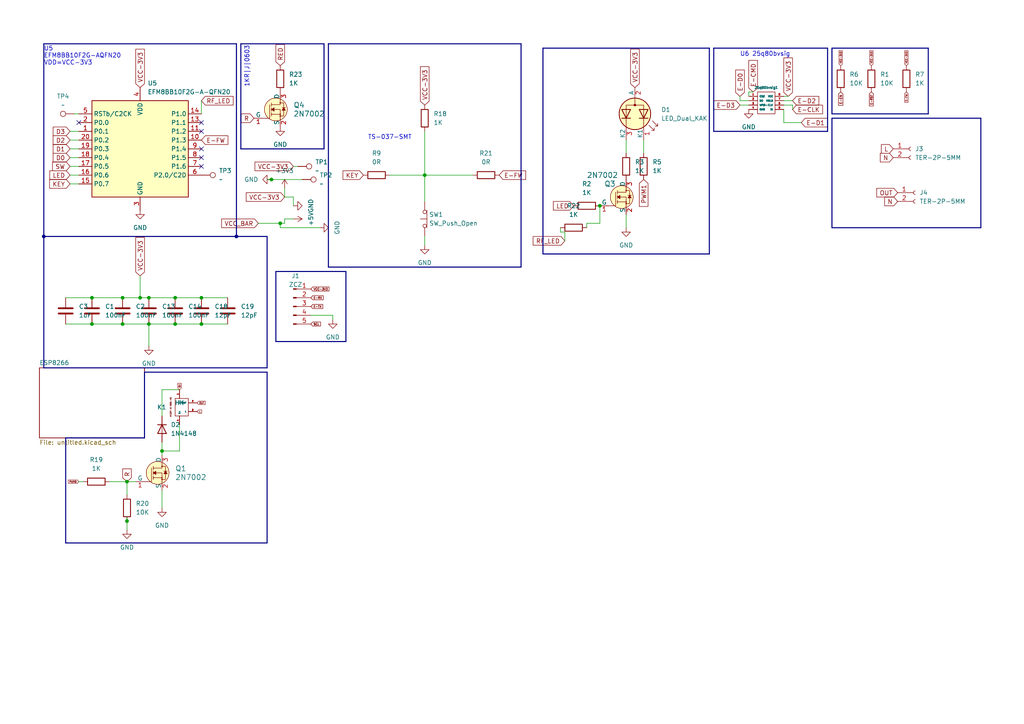
<source format=kicad_sch>
(kicad_sch (version 20230121) (generator eeschema)

  (uuid 3fc531e9-b5f6-4ab5-8724-79201d32307f)

  (paper "A4")

  (lib_symbols
    (symbol "Connector:Conn_01x02_Socket" (pin_names (offset 1.016) hide) (in_bom yes) (on_board yes)
      (property "Reference" "J" (at 0 2.54 0)
        (effects (font (size 1.27 1.27)))
      )
      (property "Value" "Conn_01x02_Socket" (at 0 -5.08 0)
        (effects (font (size 1.27 1.27)))
      )
      (property "Footprint" "" (at 0 0 0)
        (effects (font (size 1.27 1.27)) hide)
      )
      (property "Datasheet" "~" (at 0 0 0)
        (effects (font (size 1.27 1.27)) hide)
      )
      (property "ki_locked" "" (at 0 0 0)
        (effects (font (size 1.27 1.27)))
      )
      (property "ki_keywords" "connector" (at 0 0 0)
        (effects (font (size 1.27 1.27)) hide)
      )
      (property "ki_description" "Generic connector, single row, 01x02, script generated" (at 0 0 0)
        (effects (font (size 1.27 1.27)) hide)
      )
      (property "ki_fp_filters" "Connector*:*_1x??_*" (at 0 0 0)
        (effects (font (size 1.27 1.27)) hide)
      )
      (symbol "Conn_01x02_Socket_1_1"
        (arc (start 0 -2.032) (mid -0.5058 -2.54) (end 0 -3.048)
          (stroke (width 0.1524) (type default))
          (fill (type none))
        )
        (polyline
          (pts
            (xy -1.27 -2.54)
            (xy -0.508 -2.54)
          )
          (stroke (width 0.1524) (type default))
          (fill (type none))
        )
        (polyline
          (pts
            (xy -1.27 0)
            (xy -0.508 0)
          )
          (stroke (width 0.1524) (type default))
          (fill (type none))
        )
        (arc (start 0 0.508) (mid -0.5058 0) (end 0 -0.508)
          (stroke (width 0.1524) (type default))
          (fill (type none))
        )
        (pin passive line (at -5.08 0 0) (length 3.81)
          (name "Pin_1" (effects (font (size 1.27 1.27))))
          (number "1" (effects (font (size 1.27 1.27))))
        )
        (pin passive line (at -5.08 -2.54 0) (length 3.81)
          (name "Pin_2" (effects (font (size 1.27 1.27))))
          (number "2" (effects (font (size 1.27 1.27))))
        )
      )
    )
    (symbol "Connector:Conn_01x05_Pin" (pin_names (offset 1.016) hide) (in_bom yes) (on_board yes)
      (property "Reference" "J" (at 0 7.62 0)
        (effects (font (size 1.27 1.27)))
      )
      (property "Value" "Conn_01x05_Pin" (at 0 -7.62 0)
        (effects (font (size 1.27 1.27)))
      )
      (property "Footprint" "" (at 0 0 0)
        (effects (font (size 1.27 1.27)) hide)
      )
      (property "Datasheet" "~" (at 0 0 0)
        (effects (font (size 1.27 1.27)) hide)
      )
      (property "ki_locked" "" (at 0 0 0)
        (effects (font (size 1.27 1.27)))
      )
      (property "ki_keywords" "connector" (at 0 0 0)
        (effects (font (size 1.27 1.27)) hide)
      )
      (property "ki_description" "Generic connector, single row, 01x05, script generated" (at 0 0 0)
        (effects (font (size 1.27 1.27)) hide)
      )
      (property "ki_fp_filters" "Connector*:*_1x??_*" (at 0 0 0)
        (effects (font (size 1.27 1.27)) hide)
      )
      (symbol "Conn_01x05_Pin_1_1"
        (polyline
          (pts
            (xy 1.27 -5.08)
            (xy 0.8636 -5.08)
          )
          (stroke (width 0.1524) (type default))
          (fill (type none))
        )
        (polyline
          (pts
            (xy 1.27 -2.54)
            (xy 0.8636 -2.54)
          )
          (stroke (width 0.1524) (type default))
          (fill (type none))
        )
        (polyline
          (pts
            (xy 1.27 0)
            (xy 0.8636 0)
          )
          (stroke (width 0.1524) (type default))
          (fill (type none))
        )
        (polyline
          (pts
            (xy 1.27 2.54)
            (xy 0.8636 2.54)
          )
          (stroke (width 0.1524) (type default))
          (fill (type none))
        )
        (polyline
          (pts
            (xy 1.27 5.08)
            (xy 0.8636 5.08)
          )
          (stroke (width 0.1524) (type default))
          (fill (type none))
        )
        (rectangle (start 0.8636 -4.953) (end 0 -5.207)
          (stroke (width 0.1524) (type default))
          (fill (type outline))
        )
        (rectangle (start 0.8636 -2.413) (end 0 -2.667)
          (stroke (width 0.1524) (type default))
          (fill (type outline))
        )
        (rectangle (start 0.8636 0.127) (end 0 -0.127)
          (stroke (width 0.1524) (type default))
          (fill (type outline))
        )
        (rectangle (start 0.8636 2.667) (end 0 2.413)
          (stroke (width 0.1524) (type default))
          (fill (type outline))
        )
        (rectangle (start 0.8636 5.207) (end 0 4.953)
          (stroke (width 0.1524) (type default))
          (fill (type outline))
        )
        (pin passive line (at 5.08 5.08 180) (length 3.81)
          (name "Pin_1" (effects (font (size 1.27 1.27))))
          (number "1" (effects (font (size 1.27 1.27))))
        )
        (pin passive line (at 5.08 2.54 180) (length 3.81)
          (name "Pin_2" (effects (font (size 1.27 1.27))))
          (number "2" (effects (font (size 1.27 1.27))))
        )
        (pin passive line (at 5.08 0 180) (length 3.81)
          (name "Pin_3" (effects (font (size 1.27 1.27))))
          (number "3" (effects (font (size 1.27 1.27))))
        )
        (pin passive line (at 5.08 -2.54 180) (length 3.81)
          (name "Pin_4" (effects (font (size 1.27 1.27))))
          (number "4" (effects (font (size 1.27 1.27))))
        )
        (pin passive line (at 5.08 -5.08 180) (length 3.81)
          (name "Pin_5" (effects (font (size 1.27 1.27))))
          (number "5" (effects (font (size 1.27 1.27))))
        )
      )
    )
    (symbol "Connector:TestPoint" (pin_numbers hide) (pin_names (offset 0.762) hide) (in_bom yes) (on_board yes)
      (property "Reference" "TP" (at 0 6.858 0)
        (effects (font (size 1.27 1.27)))
      )
      (property "Value" "TestPoint" (at 0 5.08 0)
        (effects (font (size 1.27 1.27)))
      )
      (property "Footprint" "" (at 5.08 0 0)
        (effects (font (size 1.27 1.27)) hide)
      )
      (property "Datasheet" "~" (at 5.08 0 0)
        (effects (font (size 1.27 1.27)) hide)
      )
      (property "ki_keywords" "test point tp" (at 0 0 0)
        (effects (font (size 1.27 1.27)) hide)
      )
      (property "ki_description" "test point" (at 0 0 0)
        (effects (font (size 1.27 1.27)) hide)
      )
      (property "ki_fp_filters" "Pin* Test*" (at 0 0 0)
        (effects (font (size 1.27 1.27)) hide)
      )
      (symbol "TestPoint_0_1"
        (circle (center 0 3.302) (radius 0.762)
          (stroke (width 0) (type default))
          (fill (type none))
        )
      )
      (symbol "TestPoint_1_1"
        (pin passive line (at 0 0 90) (length 2.54)
          (name "1" (effects (font (size 1.27 1.27))))
          (number "1" (effects (font (size 1.27 1.27))))
        )
      )
    )
    (symbol "Device:C" (pin_numbers hide) (pin_names (offset 0.254)) (in_bom yes) (on_board yes)
      (property "Reference" "C" (at 0.635 2.54 0)
        (effects (font (size 1.27 1.27)) (justify left))
      )
      (property "Value" "C" (at 0.635 -2.54 0)
        (effects (font (size 1.27 1.27)) (justify left))
      )
      (property "Footprint" "" (at 0.9652 -3.81 0)
        (effects (font (size 1.27 1.27)) hide)
      )
      (property "Datasheet" "~" (at 0 0 0)
        (effects (font (size 1.27 1.27)) hide)
      )
      (property "ki_keywords" "cap capacitor" (at 0 0 0)
        (effects (font (size 1.27 1.27)) hide)
      )
      (property "ki_description" "Unpolarized capacitor" (at 0 0 0)
        (effects (font (size 1.27 1.27)) hide)
      )
      (property "ki_fp_filters" "C_*" (at 0 0 0)
        (effects (font (size 1.27 1.27)) hide)
      )
      (symbol "C_0_1"
        (polyline
          (pts
            (xy -2.032 -0.762)
            (xy 2.032 -0.762)
          )
          (stroke (width 0.508) (type default))
          (fill (type none))
        )
        (polyline
          (pts
            (xy -2.032 0.762)
            (xy 2.032 0.762)
          )
          (stroke (width 0.508) (type default))
          (fill (type none))
        )
      )
      (symbol "C_1_1"
        (pin passive line (at 0 3.81 270) (length 2.794)
          (name "~" (effects (font (size 1.27 1.27))))
          (number "1" (effects (font (size 1.27 1.27))))
        )
        (pin passive line (at 0 -3.81 90) (length 2.794)
          (name "~" (effects (font (size 1.27 1.27))))
          (number "2" (effects (font (size 1.27 1.27))))
        )
      )
    )
    (symbol "Device:LED_Dual_KAK" (pin_names (offset 0)) (in_bom yes) (on_board yes)
      (property "Reference" "D" (at 0 5.715 0)
        (effects (font (size 1.27 1.27)))
      )
      (property "Value" "LED_Dual_KAK" (at 0 -6.35 0)
        (effects (font (size 1.27 1.27)))
      )
      (property "Footprint" "" (at 1.27 0 0)
        (effects (font (size 1.27 1.27)) hide)
      )
      (property "Datasheet" "~" (at 1.27 0 0)
        (effects (font (size 1.27 1.27)) hide)
      )
      (property "ki_keywords" "LED diode bicolor dual" (at 0 0 0)
        (effects (font (size 1.27 1.27)) hide)
      )
      (property "ki_description" "Dual LED, common anode on pin 2" (at 0 0 0)
        (effects (font (size 1.27 1.27)) hide)
      )
      (property "ki_fp_filters" "LED* LED_SMD:* LED_THT:*" (at 0 0 0)
        (effects (font (size 1.27 1.27)) hide)
      )
      (symbol "LED_Dual_KAK_0_1"
        (circle (center -2.54 0) (radius 0.2794)
          (stroke (width 0) (type default))
          (fill (type outline))
        )
        (polyline
          (pts
            (xy -4.572 0)
            (xy -2.54 0)
          )
          (stroke (width 0) (type default))
          (fill (type none))
        )
        (polyline
          (pts
            (xy 1.27 -1.27)
            (xy 1.27 -3.81)
          )
          (stroke (width 0.254) (type default))
          (fill (type none))
        )
        (polyline
          (pts
            (xy 1.27 3.81)
            (xy 1.27 1.27)
          )
          (stroke (width 0.254) (type default))
          (fill (type none))
        )
        (polyline
          (pts
            (xy 3.81 -2.54)
            (xy 1.905 -2.54)
          )
          (stroke (width 0) (type default))
          (fill (type none))
        )
        (polyline
          (pts
            (xy 3.81 2.54)
            (xy 1.905 2.54)
          )
          (stroke (width 0) (type default))
          (fill (type none))
        )
        (polyline
          (pts
            (xy -1.27 -1.27)
            (xy -1.27 -3.81)
            (xy 1.27 -2.54)
            (xy -1.27 -1.27)
          )
          (stroke (width 0.254) (type default))
          (fill (type none))
        )
        (polyline
          (pts
            (xy -1.27 3.81)
            (xy -1.27 1.27)
            (xy 1.27 2.54)
            (xy -1.27 3.81)
          )
          (stroke (width 0.254) (type default))
          (fill (type none))
        )
        (polyline
          (pts
            (xy 2.032 2.54)
            (xy -2.54 2.54)
            (xy -2.54 -2.54)
            (xy 2.032 -2.54)
          )
          (stroke (width 0) (type default))
          (fill (type none))
        )
        (polyline
          (pts
            (xy 2.032 5.08)
            (xy 3.556 6.604)
            (xy 2.794 6.604)
            (xy 3.556 6.604)
            (xy 3.556 5.842)
          )
          (stroke (width 0) (type default))
          (fill (type none))
        )
        (polyline
          (pts
            (xy 3.302 4.064)
            (xy 4.826 5.588)
            (xy 4.064 5.588)
            (xy 4.826 5.588)
            (xy 4.826 4.826)
          )
          (stroke (width 0) (type default))
          (fill (type none))
        )
        (circle (center 0 0) (radius 4.572)
          (stroke (width 0.254) (type default))
          (fill (type background))
        )
      )
      (symbol "LED_Dual_KAK_1_1"
        (pin input line (at 7.62 2.54 180) (length 3.81)
          (name "K1" (effects (font (size 1.27 1.27))))
          (number "1" (effects (font (size 1.27 1.27))))
        )
        (pin input line (at -7.62 0 0) (length 3.048)
          (name "A" (effects (font (size 1.27 1.27))))
          (number "2" (effects (font (size 1.27 1.27))))
        )
        (pin input line (at 7.62 -2.54 180) (length 3.81)
          (name "K2" (effects (font (size 1.27 1.27))))
          (number "3" (effects (font (size 1.27 1.27))))
        )
      )
    )
    (symbol "Device:R" (pin_numbers hide) (pin_names (offset 0)) (in_bom yes) (on_board yes)
      (property "Reference" "R" (at 2.032 0 90)
        (effects (font (size 1.27 1.27)))
      )
      (property "Value" "R" (at 0 0 90)
        (effects (font (size 1.27 1.27)))
      )
      (property "Footprint" "" (at -1.778 0 90)
        (effects (font (size 1.27 1.27)) hide)
      )
      (property "Datasheet" "~" (at 0 0 0)
        (effects (font (size 1.27 1.27)) hide)
      )
      (property "ki_keywords" "R res resistor" (at 0 0 0)
        (effects (font (size 1.27 1.27)) hide)
      )
      (property "ki_description" "Resistor" (at 0 0 0)
        (effects (font (size 1.27 1.27)) hide)
      )
      (property "ki_fp_filters" "R_*" (at 0 0 0)
        (effects (font (size 1.27 1.27)) hide)
      )
      (symbol "R_0_1"
        (rectangle (start -1.016 -2.54) (end 1.016 2.54)
          (stroke (width 0.254) (type default))
          (fill (type none))
        )
      )
      (symbol "R_1_1"
        (pin passive line (at 0 3.81 270) (length 1.27)
          (name "~" (effects (font (size 1.27 1.27))))
          (number "1" (effects (font (size 1.27 1.27))))
        )
        (pin passive line (at 0 -3.81 90) (length 1.27)
          (name "~" (effects (font (size 1.27 1.27))))
          (number "2" (effects (font (size 1.27 1.27))))
        )
      )
    )
    (symbol "Diode:1N4148" (pin_numbers hide) (pin_names hide) (in_bom yes) (on_board yes)
      (property "Reference" "D" (at 0 2.54 0)
        (effects (font (size 1.27 1.27)))
      )
      (property "Value" "1N4148" (at 0 -2.54 0)
        (effects (font (size 1.27 1.27)))
      )
      (property "Footprint" "Diode_THT:D_DO-35_SOD27_P7.62mm_Horizontal" (at 0 0 0)
        (effects (font (size 1.27 1.27)) hide)
      )
      (property "Datasheet" "https://assets.nexperia.com/documents/data-sheet/1N4148_1N4448.pdf" (at 0 0 0)
        (effects (font (size 1.27 1.27)) hide)
      )
      (property "Sim.Device" "D" (at 0 0 0)
        (effects (font (size 1.27 1.27)) hide)
      )
      (property "Sim.Pins" "1=K 2=A" (at 0 0 0)
        (effects (font (size 1.27 1.27)) hide)
      )
      (property "ki_keywords" "diode" (at 0 0 0)
        (effects (font (size 1.27 1.27)) hide)
      )
      (property "ki_description" "100V 0.15A standard switching diode, DO-35" (at 0 0 0)
        (effects (font (size 1.27 1.27)) hide)
      )
      (property "ki_fp_filters" "D*DO?35*" (at 0 0 0)
        (effects (font (size 1.27 1.27)) hide)
      )
      (symbol "1N4148_0_1"
        (polyline
          (pts
            (xy -1.27 1.27)
            (xy -1.27 -1.27)
          )
          (stroke (width 0.254) (type default))
          (fill (type none))
        )
        (polyline
          (pts
            (xy 1.27 0)
            (xy -1.27 0)
          )
          (stroke (width 0) (type default))
          (fill (type none))
        )
        (polyline
          (pts
            (xy 1.27 1.27)
            (xy 1.27 -1.27)
            (xy -1.27 0)
            (xy 1.27 1.27)
          )
          (stroke (width 0.254) (type default))
          (fill (type none))
        )
      )
      (symbol "1N4148_1_1"
        (pin passive line (at -3.81 0 0) (length 2.54)
          (name "K" (effects (font (size 1.27 1.27))))
          (number "1" (effects (font (size 1.27 1.27))))
        )
        (pin passive line (at 3.81 0 180) (length 2.54)
          (name "A" (effects (font (size 1.27 1.27))))
          (number "2" (effects (font (size 1.27 1.27))))
        )
      )
    )
    (symbol "HK32F-G-005-HS:HK32F-G-005-HS" (in_bom yes) (on_board yes)
      (property "Reference" "U" (at 0 -1.27 0)
        (effects (font (size 1.27 1.27)))
      )
      (property "Value" "" (at 0 0 0)
        (effects (font (size 1.27 1.27)))
      )
      (property "Footprint" "" (at 0 0 0)
        (effects (font (size 1.27 1.27)) hide)
      )
      (property "Datasheet" "" (at 0 0 0)
        (effects (font (size 1.27 1.27)) hide)
      )
      (symbol "HK32F-G-005-HS_0_1"
        (rectangle (start -1.27 1.27) (end 2.54 -3.81)
          (stroke (width 0) (type default))
          (fill (type none))
        )
      )
      (symbol "HK32F-G-005-HS_1_1"
        (text "HK32F-G-005-HS\n" (at -2.54 -1.27 900)
          (effects (font (size 0.4 0.4)))
        )
        (pin input line (at 0 3.81 270) (length 2.54)
          (name "C-" (effects (font (size 0.4 0.4))))
          (number "1" (effects (font (size 0.4 0.4))))
        )
        (pin output line (at 5.08 0 180) (length 2.54)
          (name "OUT" (effects (font (size 0.4 0.4))))
          (number "2" (effects (font (size 0.4 0.4))))
        )
        (pin input line (at 5.08 -2.54 180) (length 2.54)
          (name "L" (effects (font (size 0.4 0.4))))
          (number "3" (effects (font (size 0.4 0.4))))
        )
        (pin input line (at 0 -6.35 90) (length 2.54)
          (name "C+" (effects (font (size 0.4 0.4))))
          (number "4" (effects (font (size 0.4 0.4))))
        )
      )
    )
    (symbol "MCU_SiliconLabs:EFM8BB10F2G-A-QFN20" (in_bom yes) (on_board yes)
      (property "Reference" "U" (at -13.97 15.24 0)
        (effects (font (size 1.27 1.27)) (justify left))
      )
      (property "Value" "EFM8BB10F2G-A-QFN20" (at 1.27 15.24 0)
        (effects (font (size 1.27 1.27)) (justify left))
      )
      (property "Footprint" "Package_DFN_QFN:SiliconLabs_QFN-20-1EP_3x3mm_P0.5mm_EP1.8x1.8mm" (at 0 20.32 0)
        (effects (font (size 1.27 1.27)) hide)
      )
      (property "Datasheet" "https://www.silabs.com/documents/public/data-sheets/efm8bb1-datasheet.pdf" (at 0 0 0)
        (effects (font (size 1.27 1.27)) hide)
      )
      (property "ki_keywords" "8051 microcontroller PWM UART SPI I2C ADC QFN20" (at 0 0 0)
        (effects (font (size 1.27 1.27)) hide)
      )
      (property "ki_description" "8051-compatible microcontroller, 25 MHz, 2.2 to 3.6V, 2K flash, 256B RAM, -40 to +85 C, QFN20" (at 0 0 0)
        (effects (font (size 1.27 1.27)) hide)
      )
      (property "ki_fp_filters" "SiliconLabs*QFN*1EP*3x3mm*P0.5mm*" (at 0 0 0)
        (effects (font (size 1.27 1.27)) hide)
      )
      (symbol "EFM8BB10F2G-A-QFN20_0_1"
        (rectangle (start -13.97 13.97) (end 13.97 -13.97)
          (stroke (width 0.254) (type default))
          (fill (type background))
        )
        (pin bidirectional line (at -17.78 5.08 0) (length 3.81)
          (name "P0.1" (effects (font (size 1.27 1.27))))
          (number "1" (effects (font (size 1.27 1.27))))
        )
        (pin bidirectional line (at 17.78 2.54 180) (length 3.81)
          (name "P1.3" (effects (font (size 1.27 1.27))))
          (number "10" (effects (font (size 1.27 1.27))))
        )
        (pin bidirectional line (at 17.78 5.08 180) (length 3.81)
          (name "P1.2" (effects (font (size 1.27 1.27))))
          (number "11" (effects (font (size 1.27 1.27))))
        )
        (pin passive line (at 0 -17.78 90) (length 3.81) hide
          (name "GND" (effects (font (size 1.27 1.27))))
          (number "12" (effects (font (size 1.27 1.27))))
        )
        (pin bidirectional line (at 17.78 7.62 180) (length 3.81)
          (name "P1.1" (effects (font (size 1.27 1.27))))
          (number "13" (effects (font (size 1.27 1.27))))
        )
        (pin bidirectional line (at 17.78 10.16 180) (length 3.81)
          (name "P1.0" (effects (font (size 1.27 1.27))))
          (number "14" (effects (font (size 1.27 1.27))))
        )
        (pin bidirectional line (at -17.78 -10.16 0) (length 3.81)
          (name "P0.7" (effects (font (size 1.27 1.27))))
          (number "15" (effects (font (size 1.27 1.27))))
        )
        (pin bidirectional line (at -17.78 -7.62 0) (length 3.81)
          (name "P0.6" (effects (font (size 1.27 1.27))))
          (number "16" (effects (font (size 1.27 1.27))))
        )
        (pin bidirectional line (at -17.78 -5.08 0) (length 3.81)
          (name "P0.5" (effects (font (size 1.27 1.27))))
          (number "17" (effects (font (size 1.27 1.27))))
        )
        (pin bidirectional line (at -17.78 -2.54 0) (length 3.81)
          (name "P0.4" (effects (font (size 1.27 1.27))))
          (number "18" (effects (font (size 1.27 1.27))))
        )
        (pin bidirectional line (at -17.78 0 0) (length 3.81)
          (name "P0.3" (effects (font (size 1.27 1.27))))
          (number "19" (effects (font (size 1.27 1.27))))
        )
        (pin bidirectional line (at -17.78 7.62 0) (length 3.81)
          (name "P0.0" (effects (font (size 1.27 1.27))))
          (number "2" (effects (font (size 1.27 1.27))))
        )
        (pin bidirectional line (at -17.78 2.54 0) (length 3.81)
          (name "P0.2" (effects (font (size 1.27 1.27))))
          (number "20" (effects (font (size 1.27 1.27))))
        )
        (pin passive line (at 0 -17.78 90) (length 3.81) hide
          (name "GND" (effects (font (size 1.27 1.27))))
          (number "21" (effects (font (size 1.27 1.27))))
        )
        (pin power_in line (at 0 -17.78 90) (length 3.81)
          (name "GND" (effects (font (size 1.27 1.27))))
          (number "3" (effects (font (size 1.27 1.27))))
        )
        (pin power_in line (at 0 17.78 270) (length 3.81)
          (name "VDD" (effects (font (size 1.27 1.27))))
          (number "4" (effects (font (size 1.27 1.27))))
        )
        (pin input line (at -17.78 10.16 0) (length 3.81)
          (name "RSTb/C2CK" (effects (font (size 1.27 1.27))))
          (number "5" (effects (font (size 1.27 1.27))))
        )
        (pin bidirectional line (at 17.78 -7.62 180) (length 3.81)
          (name "P2.0/C2D" (effects (font (size 1.27 1.27))))
          (number "6" (effects (font (size 1.27 1.27))))
        )
        (pin bidirectional line (at 17.78 -5.08 180) (length 3.81)
          (name "P1.6" (effects (font (size 1.27 1.27))))
          (number "7" (effects (font (size 1.27 1.27))))
        )
        (pin bidirectional line (at 17.78 -2.54 180) (length 3.81)
          (name "P1.5" (effects (font (size 1.27 1.27))))
          (number "8" (effects (font (size 1.27 1.27))))
        )
        (pin bidirectional line (at 17.78 0 180) (length 3.81)
          (name "P1.4" (effects (font (size 1.27 1.27))))
          (number "9" (effects (font (size 1.27 1.27))))
        )
      )
    )
    (symbol "Switch:SW_Push_Open" (pin_numbers hide) (pin_names (offset 1.016) hide) (in_bom yes) (on_board yes)
      (property "Reference" "SW" (at 0 2.54 0)
        (effects (font (size 1.27 1.27)))
      )
      (property "Value" "SW_Push_Open" (at 0 -1.905 0)
        (effects (font (size 1.27 1.27)))
      )
      (property "Footprint" "" (at 0 5.08 0)
        (effects (font (size 1.27 1.27)) hide)
      )
      (property "Datasheet" "~" (at 0 5.08 0)
        (effects (font (size 1.27 1.27)) hide)
      )
      (property "ki_keywords" "switch normally-closed pushbutton push-button" (at 0 0 0)
        (effects (font (size 1.27 1.27)) hide)
      )
      (property "ki_description" "Push button switch, push-to-open, generic, two pins" (at 0 0 0)
        (effects (font (size 1.27 1.27)) hide)
      )
      (symbol "SW_Push_Open_0_1"
        (circle (center -2.032 0) (radius 0.508)
          (stroke (width 0) (type default))
          (fill (type none))
        )
        (polyline
          (pts
            (xy -2.54 -0.635)
            (xy 2.54 -0.635)
          )
          (stroke (width 0) (type default))
          (fill (type none))
        )
        (polyline
          (pts
            (xy 0 -0.635)
            (xy 0 1.27)
          )
          (stroke (width 0) (type default))
          (fill (type none))
        )
        (circle (center 2.032 0) (radius 0.508)
          (stroke (width 0) (type default))
          (fill (type none))
        )
        (pin passive line (at -5.08 0 0) (length 2.54)
          (name "A" (effects (font (size 1.27 1.27))))
          (number "1" (effects (font (size 1.27 1.27))))
        )
      )
      (symbol "SW_Push_Open_1_1"
        (pin passive line (at 5.08 0 180) (length 2.54)
          (name "B" (effects (font (size 1.27 1.27))))
          (number "2" (effects (font (size 1.27 1.27))))
        )
      )
    )
    (symbol "W25Q80DVSNIG:W25Q80DVSNIG" (in_bom yes) (on_board yes)
      (property "Reference" "25q80bvsig" (at 0 5.08 0)
        (effects (font (size 0.7 0.7)))
      )
      (property "Value" "" (at 0 0 0)
        (effects (font (size 1.27 1.27)))
      )
      (property "Footprint" "" (at 0 0 0)
        (effects (font (size 1.27 1.27)) hide)
      )
      (property "Datasheet" "" (at 0 0 0)
        (effects (font (size 1.27 1.27)) hide)
      )
      (symbol "W25Q80DVSNIG_0_1"
        (rectangle (start -2.54 3.81) (end 2.54 -2.54)
          (stroke (width 0) (type default))
          (fill (type none))
        )
      )
      (symbol "W25Q80DVSNIG_1_1"
        (pin output line (at -5.08 2.54 0) (length 2.54)
          (name "CS#" (effects (font (size 0.5 0.5))))
          (number "1" (effects (font (size 0.5 0.5))))
        )
        (pin output line (at -5.08 1.27 0) (length 2.54)
          (name "DO" (effects (font (size 0.5 0.5))))
          (number "2" (effects (font (size 0.5 0.5))))
        )
        (pin output line (at -5.08 0 0) (length 2.54)
          (name "WP#" (effects (font (size 0.5 0.5))))
          (number "3" (effects (font (size 0.5 0.5))))
        )
        (pin input line (at -5.08 -1.27 0) (length 2.54)
          (name "GND" (effects (font (size 0.5 0.5))))
          (number "4" (effects (font (size 0.5 0.5))))
        )
        (pin output line (at 5.08 -1.27 180) (length 2.54)
          (name "DI" (effects (font (size 0.5 0.5))))
          (number "5" (effects (font (size 0.5 0.5))))
        )
        (pin output line (at 5.08 0 180) (length 2.54)
          (name "CLK" (effects (font (size 0.5 0.5))))
          (number "6" (effects (font (size 0.5 0.5))))
        )
        (pin output line (at 5.08 1.27 180) (length 2.54)
          (name "HOLD" (effects (font (size 0.5 0.5))))
          (number "7" (effects (font (size 0.5 0.5))))
        )
        (pin input line (at 5.08 2.54 180) (length 2.54)
          (name "VCC" (effects (font (size 0.5 0.5))))
          (number "8" (effects (font (size 0.5 0.5))))
        )
      )
    )
    (symbol "dk_Transistors-FETs-MOSFETs-Single:2N7002" (pin_names (offset 0)) (in_bom yes) (on_board yes)
      (property "Reference" "Q" (at -2.6924 3.6322 0)
        (effects (font (size 1.524 1.524)) (justify right))
      )
      (property "Value" "2N7002" (at 3.4544 0 90)
        (effects (font (size 1.524 1.524)))
      )
      (property "Footprint" "digikey-footprints:SOT-23-3" (at 5.08 5.08 0)
        (effects (font (size 1.524 1.524)) (justify left) hide)
      )
      (property "Datasheet" "https://www.onsemi.com/pub/Collateral/NDS7002A-D.PDF" (at 5.08 7.62 0)
        (effects (font (size 1.524 1.524)) (justify left) hide)
      )
      (property "Digi-Key_PN" "2N7002NCT-ND" (at 5.08 10.16 0)
        (effects (font (size 1.524 1.524)) (justify left) hide)
      )
      (property "MPN" "2N7002" (at 5.08 12.7 0)
        (effects (font (size 1.524 1.524)) (justify left) hide)
      )
      (property "Category" "Discrete Semiconductor Products" (at 5.08 15.24 0)
        (effects (font (size 1.524 1.524)) (justify left) hide)
      )
      (property "Family" "Transistors - FETs, MOSFETs - Single" (at 5.08 17.78 0)
        (effects (font (size 1.524 1.524)) (justify left) hide)
      )
      (property "DK_Datasheet_Link" "https://www.onsemi.com/pub/Collateral/NDS7002A-D.PDF" (at 5.08 20.32 0)
        (effects (font (size 1.524 1.524)) (justify left) hide)
      )
      (property "DK_Detail_Page" "/product-detail/en/on-semiconductor/2N7002/2N7002NCT-ND/244664" (at 5.08 22.86 0)
        (effects (font (size 1.524 1.524)) (justify left) hide)
      )
      (property "Description" "MOSFET N-CH 60V 115MA SOT-23" (at 5.08 25.4 0)
        (effects (font (size 1.524 1.524)) (justify left) hide)
      )
      (property "Manufacturer" "ON Semiconductor" (at 5.08 27.94 0)
        (effects (font (size 1.524 1.524)) (justify left) hide)
      )
      (property "Status" "Active" (at 5.08 30.48 0)
        (effects (font (size 1.524 1.524)) (justify left) hide)
      )
      (property "ki_keywords" "2N7002NCT-ND" (at 0 0 0)
        (effects (font (size 1.27 1.27)) hide)
      )
      (property "ki_description" "MOSFET N-CH 60V 115MA SOT-23" (at 0 0 0)
        (effects (font (size 1.27 1.27)) hide)
      )
      (symbol "2N7002_0_1"
        (circle (center -1.27 0) (radius 3.302)
          (stroke (width 0) (type solid))
          (fill (type background))
        )
        (circle (center 0 -1.905) (radius 0.127)
          (stroke (width 0) (type solid))
          (fill (type none))
        )
        (circle (center 0 -1.397) (radius 0.127)
          (stroke (width 0) (type solid))
          (fill (type none))
        )
        (polyline
          (pts
            (xy 0 -1.397)
            (xy -2.54 -1.397)
          )
          (stroke (width 0) (type solid))
          (fill (type none))
        )
        (polyline
          (pts
            (xy -5.08 -2.54)
            (xy -3.048 -2.54)
            (xy -3.048 1.397)
          )
          (stroke (width 0) (type solid))
          (fill (type none))
        )
        (polyline
          (pts
            (xy 0 -2.54)
            (xy 0 0)
            (xy -2.54 0)
          )
          (stroke (width 0) (type solid))
          (fill (type none))
        )
        (polyline
          (pts
            (xy 0 2.54)
            (xy 0 1.397)
            (xy -2.54 1.397)
          )
          (stroke (width 0) (type solid))
          (fill (type none))
        )
        (polyline
          (pts
            (xy -0.127 -1.905)
            (xy 1.016 -1.905)
            (xy 1.016 1.397)
            (xy 1.016 1.905)
            (xy -0.127 1.905)
          )
          (stroke (width 0) (type solid))
          (fill (type none))
        )
        (circle (center 0 1.905) (radius 0.127)
          (stroke (width 0) (type solid))
          (fill (type none))
        )
      )
      (symbol "2N7002_1_1"
        (polyline
          (pts
            (xy -2.54 -1.397)
            (xy -2.54 -1.905)
          )
          (stroke (width 0) (type solid))
          (fill (type none))
        )
        (polyline
          (pts
            (xy -2.54 -1.397)
            (xy -2.54 -0.889)
          )
          (stroke (width 0) (type solid))
          (fill (type none))
        )
        (polyline
          (pts
            (xy -2.54 0)
            (xy -2.54 -0.508)
          )
          (stroke (width 0) (type solid))
          (fill (type none))
        )
        (polyline
          (pts
            (xy -2.54 0)
            (xy -2.54 0.508)
          )
          (stroke (width 0) (type solid))
          (fill (type none))
        )
        (polyline
          (pts
            (xy -2.54 1.905)
            (xy -2.54 0.889)
          )
          (stroke (width 0) (type solid))
          (fill (type none))
        )
        (polyline
          (pts
            (xy 1.524 0.508)
            (xy 0.508 0.508)
          )
          (stroke (width 0) (type solid))
          (fill (type none))
        )
        (polyline
          (pts
            (xy -2.54 0)
            (xy -1.778 0.508)
            (xy -1.778 -0.508)
            (xy -2.54 0)
          )
          (stroke (width 0) (type solid))
          (fill (type outline))
        )
        (polyline
          (pts
            (xy 1.016 0.508)
            (xy 0.508 -0.254)
            (xy 1.524 -0.254)
            (xy 1.016 0.508)
          )
          (stroke (width 0) (type solid))
          (fill (type outline))
        )
        (pin bidirectional line (at -7.62 -2.54 0) (length 2.54)
          (name "G" (effects (font (size 1.27 1.27))))
          (number "1" (effects (font (size 1.27 1.27))))
        )
        (pin bidirectional line (at 0 -5.08 90) (length 2.54)
          (name "S" (effects (font (size 1.27 1.27))))
          (number "2" (effects (font (size 1.27 1.27))))
        )
        (pin bidirectional line (at 0 5.08 270) (length 2.54)
          (name "D" (effects (font (size 1.27 1.27))))
          (number "3" (effects (font (size 1.27 1.27))))
        )
      )
    )
    (symbol "power:+3V3" (power) (pin_names (offset 0)) (in_bom yes) (on_board yes)
      (property "Reference" "#PWR" (at 0 -3.81 0)
        (effects (font (size 1.27 1.27)) hide)
      )
      (property "Value" "+3V3" (at 0 3.556 0)
        (effects (font (size 1.27 1.27)))
      )
      (property "Footprint" "" (at 0 0 0)
        (effects (font (size 1.27 1.27)) hide)
      )
      (property "Datasheet" "" (at 0 0 0)
        (effects (font (size 1.27 1.27)) hide)
      )
      (property "ki_keywords" "global power" (at 0 0 0)
        (effects (font (size 1.27 1.27)) hide)
      )
      (property "ki_description" "Power symbol creates a global label with name \"+3V3\"" (at 0 0 0)
        (effects (font (size 1.27 1.27)) hide)
      )
      (symbol "+3V3_0_1"
        (polyline
          (pts
            (xy -0.762 1.27)
            (xy 0 2.54)
          )
          (stroke (width 0) (type default))
          (fill (type none))
        )
        (polyline
          (pts
            (xy 0 0)
            (xy 0 2.54)
          )
          (stroke (width 0) (type default))
          (fill (type none))
        )
        (polyline
          (pts
            (xy 0 2.54)
            (xy 0.762 1.27)
          )
          (stroke (width 0) (type default))
          (fill (type none))
        )
      )
      (symbol "+3V3_1_1"
        (pin power_in line (at 0 0 90) (length 0) hide
          (name "+3V3" (effects (font (size 1.27 1.27))))
          (number "1" (effects (font (size 1.27 1.27))))
        )
      )
    )
    (symbol "power:+5V" (power) (pin_names (offset 0)) (in_bom yes) (on_board yes)
      (property "Reference" "#PWR" (at 0 -3.81 0)
        (effects (font (size 1.27 1.27)) hide)
      )
      (property "Value" "+5V" (at 0 3.556 0)
        (effects (font (size 1.27 1.27)))
      )
      (property "Footprint" "" (at 0 0 0)
        (effects (font (size 1.27 1.27)) hide)
      )
      (property "Datasheet" "" (at 0 0 0)
        (effects (font (size 1.27 1.27)) hide)
      )
      (property "ki_keywords" "global power" (at 0 0 0)
        (effects (font (size 1.27 1.27)) hide)
      )
      (property "ki_description" "Power symbol creates a global label with name \"+5V\"" (at 0 0 0)
        (effects (font (size 1.27 1.27)) hide)
      )
      (symbol "+5V_0_1"
        (polyline
          (pts
            (xy -0.762 1.27)
            (xy 0 2.54)
          )
          (stroke (width 0) (type default))
          (fill (type none))
        )
        (polyline
          (pts
            (xy 0 0)
            (xy 0 2.54)
          )
          (stroke (width 0) (type default))
          (fill (type none))
        )
        (polyline
          (pts
            (xy 0 2.54)
            (xy 0.762 1.27)
          )
          (stroke (width 0) (type default))
          (fill (type none))
        )
      )
      (symbol "+5V_1_1"
        (pin power_in line (at 0 0 90) (length 0) hide
          (name "+5V" (effects (font (size 1.27 1.27))))
          (number "1" (effects (font (size 1.27 1.27))))
        )
      )
    )
    (symbol "power:GND" (power) (pin_names (offset 0)) (in_bom yes) (on_board yes)
      (property "Reference" "#PWR" (at 0 -6.35 0)
        (effects (font (size 1.27 1.27)) hide)
      )
      (property "Value" "GND" (at 0 -3.81 0)
        (effects (font (size 1.27 1.27)))
      )
      (property "Footprint" "" (at 0 0 0)
        (effects (font (size 1.27 1.27)) hide)
      )
      (property "Datasheet" "" (at 0 0 0)
        (effects (font (size 1.27 1.27)) hide)
      )
      (property "ki_keywords" "global power" (at 0 0 0)
        (effects (font (size 1.27 1.27)) hide)
      )
      (property "ki_description" "Power symbol creates a global label with name \"GND\" , ground" (at 0 0 0)
        (effects (font (size 1.27 1.27)) hide)
      )
      (symbol "GND_0_1"
        (polyline
          (pts
            (xy 0 0)
            (xy 0 -1.27)
            (xy 1.27 -1.27)
            (xy 0 -2.54)
            (xy -1.27 -1.27)
            (xy 0 -1.27)
          )
          (stroke (width 0) (type default))
          (fill (type none))
        )
      )
      (symbol "GND_1_1"
        (pin power_in line (at 0 0 270) (length 0) hide
          (name "GND" (effects (font (size 1.27 1.27))))
          (number "1" (effects (font (size 1.27 1.27))))
        )
      )
    )
  )

  (junction (at 50.8 86.36) (diameter 0) (color 0 0 0 0)
    (uuid 0b0c34a5-b854-4b2a-8e4b-089dbdd95869)
  )
  (junction (at 46.99 130.81) (diameter 0) (color 0 0 0 0)
    (uuid 184a6684-1d85-4548-a17e-db751c7f4be3)
  )
  (junction (at 26.67 93.98) (diameter 0) (color 0 0 0 0)
    (uuid 1d8d2033-bc4d-4f12-91fd-ce0e14b5f2a6)
  )
  (junction (at 58.42 93.98) (diameter 0) (color 0 0 0 0)
    (uuid 2a636f6f-ffb7-4b36-93ad-34fcdb6951d7)
  )
  (junction (at 123.19 50.8) (diameter 0) (color 0 0 0 0)
    (uuid 2f89d8e0-b69e-489f-9e4c-0b0106ff3630)
  )
  (junction (at 43.18 86.36) (diameter 0) (color 0 0 0 0)
    (uuid 387befd5-1cd9-419a-a1f3-ebb0e8dfa530)
  )
  (junction (at 26.67 86.36) (diameter 0) (color 0 0 0 0)
    (uuid 4125e963-b271-4c1b-9399-cefa68c70b26)
  )
  (junction (at 58.42 86.36) (diameter 0) (color 0 0 0 0)
    (uuid 4a2fb80b-ae9e-42f7-9cf2-239c137fc137)
  )
  (junction (at 35.56 93.98) (diameter 0) (color 0 0 0 0)
    (uuid 4aabf1d1-17b6-4baa-97c4-8c178bd363d4)
  )
  (junction (at 12.7 68.58) (diameter 0) (color 0 0 0 0)
    (uuid 58d9a16f-c5dc-4565-82e3-80839ef4bf0f)
  )
  (junction (at 36.83 139.7) (diameter 0) (color 0 0 0 0)
    (uuid 69519c1d-9e01-4e97-ab84-00807eb4b079)
  )
  (junction (at 81.28 64.77) (diameter 0) (color 0 0 0 0)
    (uuid 86f34b56-5531-4d0a-b8ac-9262519566be)
  )
  (junction (at 43.18 93.98) (diameter 0) (color 0 0 0 0)
    (uuid 909d9049-8487-4c1f-84cd-1eeaf39c8a08)
  )
  (junction (at 68.58 68.58) (diameter 0) (color 0 0 0 0)
    (uuid 924e29e1-a347-4b5d-bc82-80adbf21a006)
  )
  (junction (at 35.56 86.36) (diameter 0) (color 0 0 0 0)
    (uuid 9bfc8412-5224-48d3-bd23-679b3fc51b4d)
  )
  (junction (at 173.99 59.69) (diameter 0) (color 0 0 0 0)
    (uuid 9e1b8ad4-61ef-461f-9142-0e0213d04961)
  )
  (junction (at 50.8 93.98) (diameter 0) (color 0 0 0 0)
    (uuid b640bd26-1df7-4075-9de0-617fda05ec73)
  )
  (junction (at 36.83 151.13) (diameter 0) (color 0 0 0 0)
    (uuid b8c4f5a3-53c8-427d-80d6-265a623864e0)
  )
  (junction (at 78.74 52.07) (diameter 0) (color 0 0 0 0)
    (uuid dd31acf2-3ec9-4cd7-ad42-251ab87520db)
  )
  (junction (at 40.64 86.36) (diameter 0) (color 0 0 0 0)
    (uuid e8cda84f-ce16-4868-a0ee-398abe70f772)
  )

  (no_connect (at 58.42 48.26) (uuid 043b6c10-efcb-4355-8f30-2e5a27255f9a))
  (no_connect (at 58.42 38.1) (uuid 175a7af0-66ed-4a59-97a3-37b845c87e0d))
  (no_connect (at 58.42 45.72) (uuid 81520753-1183-4379-b67b-642b83403e8c))
  (no_connect (at 58.42 35.56) (uuid c401c736-13d6-4f5b-a844-a00e494cde17))
  (no_connect (at 22.86 35.56) (uuid ea3e7b61-3284-439e-9f62-e08127caf3c2))
  (no_connect (at 58.42 43.18) (uuid f05db8d8-bea5-4623-a752-2ebee8271736))

  (wire (pts (xy 43.18 93.98) (xy 43.18 100.33))
    (stroke (width 0) (type default))
    (uuid 020a7ce7-6306-476e-832f-19b505831e70)
  )
  (wire (pts (xy 50.8 93.98) (xy 58.42 93.98))
    (stroke (width 0) (type default))
    (uuid 06321e66-78be-418d-aae4-54ccfa6da58c)
  )
  (wire (pts (xy 173.99 64.77) (xy 173.99 59.69))
    (stroke (width 0) (type default))
    (uuid 08a734f1-4140-4198-bd4a-70aff0f69e2e)
  )
  (wire (pts (xy 58.42 86.36) (xy 66.04 86.36))
    (stroke (width 0) (type default))
    (uuid 0bf8c8af-ec9a-44b4-a926-b85afa018cf5)
  )
  (wire (pts (xy 123.19 50.8) (xy 137.16 50.8))
    (stroke (width 0) (type default))
    (uuid 0cd5b822-54c6-4c39-8c9b-f01934d0046c)
  )
  (wire (pts (xy 52.07 123.19) (xy 52.07 130.81))
    (stroke (width 0) (type default))
    (uuid 10d573ac-dd02-4ce8-ba23-0ea154bd25e4)
  )
  (wire (pts (xy 19.05 93.98) (xy 26.67 93.98))
    (stroke (width 0) (type default))
    (uuid 195c6eca-ea57-4a33-8b50-7b111e412d72)
  )
  (bus (pts (xy 269.24 33.02) (xy 269.24 13.97))
    (stroke (width 0) (type default))
    (uuid 1a1d7671-d2fb-46b2-b387-617506042628)
  )

  (wire (pts (xy 43.18 93.98) (xy 50.8 93.98))
    (stroke (width 0) (type default))
    (uuid 1b463eaa-8a52-4d07-b6c2-162a09b6229e)
  )
  (bus (pts (xy 12.7 106.68) (xy 77.47 106.68))
    (stroke (width 0) (type default))
    (uuid 1b5ec4e0-3dba-4843-b255-6d8d79521d47)
  )
  (bus (pts (xy 69.85 43.18) (xy 93.98 43.18))
    (stroke (width 0) (type default))
    (uuid 2154ae2e-4d4e-4400-871b-590c1c605748)
  )
  (bus (pts (xy 240.03 38.1) (xy 240.03 13.97))
    (stroke (width 0) (type default))
    (uuid 218b01bd-ca3d-4776-b2c1-c904905347d0)
  )

  (wire (pts (xy 35.56 93.98) (xy 43.18 93.98))
    (stroke (width 0) (type default))
    (uuid 25484f97-0218-41fa-ba89-1fa8c4d77766)
  )
  (wire (pts (xy 20.32 50.8) (xy 22.86 50.8))
    (stroke (width 0) (type default))
    (uuid 289b1913-02ff-4772-827c-3cfca69a8844)
  )
  (wire (pts (xy 113.03 50.8) (xy 123.19 50.8))
    (stroke (width 0) (type default))
    (uuid 29f49296-3212-48d4-a409-7990ade03462)
  )
  (wire (pts (xy 123.19 50.8) (xy 123.19 38.1))
    (stroke (width 0) (type default))
    (uuid 2aa6adf0-692d-4526-ab26-2a746db0815f)
  )
  (wire (pts (xy 82.55 64.77) (xy 82.55 63.5))
    (stroke (width 0) (type default))
    (uuid 2ccd31d8-0721-49ca-b99d-93798859df1e)
  )
  (wire (pts (xy 77.47 52.07) (xy 78.74 52.07))
    (stroke (width 0) (type default))
    (uuid 2ecf6cda-2e5f-41be-a4de-8dce1ee6e76a)
  )
  (wire (pts (xy 36.83 153.67) (xy 36.83 151.13))
    (stroke (width 0) (type default))
    (uuid 2f5a3e74-6f83-40b8-8aed-ccfc00acb133)
  )
  (wire (pts (xy 214.63 30.48) (xy 217.17 30.48))
    (stroke (width 0) (type default))
    (uuid 306e1ef0-d247-4c66-a265-84d4adafa14b)
  )
  (bus (pts (xy 241.3 13.97) (xy 241.3 33.02))
    (stroke (width 0) (type default))
    (uuid 32db37cd-fc11-4cf9-8ea5-dbacbea4a3bc)
  )

  (wire (pts (xy 36.83 139.7) (xy 39.37 139.7))
    (stroke (width 0) (type default))
    (uuid 35530b89-17ea-4b6f-b4e3-a08674a74ea3)
  )
  (bus (pts (xy 68.58 68.58) (xy 77.47 68.58))
    (stroke (width 0) (type default))
    (uuid 388391af-eb15-4a9f-81b5-f97e46060ba0)
  )

  (wire (pts (xy 227.33 30.48) (xy 229.87 30.48))
    (stroke (width 0) (type default))
    (uuid 39ae3967-01ba-47dc-b143-93969669ec93)
  )
  (bus (pts (xy 269.24 13.97) (xy 241.3 13.97))
    (stroke (width 0) (type default))
    (uuid 4053cf15-f199-4e80-9df1-f310dfed772d)
  )

  (wire (pts (xy 46.99 130.81) (xy 46.99 128.27))
    (stroke (width 0) (type default))
    (uuid 413792fb-ab0e-44c2-8134-88b224c59e2c)
  )
  (wire (pts (xy 229.87 30.48) (xy 229.87 31.75))
    (stroke (width 0) (type default))
    (uuid 42ef5464-476e-4250-a85e-0d8902f11ec4)
  )
  (wire (pts (xy 181.61 40.64) (xy 181.61 44.45))
    (stroke (width 0) (type default))
    (uuid 498f013a-b48e-4651-b1d1-a52a45c52ccf)
  )
  (bus (pts (xy 93.98 12.7) (xy 69.85 12.7))
    (stroke (width 0) (type default))
    (uuid 4d60cd66-3065-4ad5-b3cc-3c8cdbc81356)
  )
  (bus (pts (xy 80.01 99.06) (xy 80.01 78.74))
    (stroke (width 0) (type default))
    (uuid 4ed21371-1edb-48f4-8347-35813a75c45e)
  )

  (wire (pts (xy 214.63 27.94) (xy 214.63 29.21))
    (stroke (width 0) (type default))
    (uuid 4fde3051-8d11-4e3e-83d5-dafcacc7efbb)
  )
  (bus (pts (xy 241.3 34.29) (xy 284.48 34.29))
    (stroke (width 0) (type default))
    (uuid 521bdb37-7c57-40da-a4a3-36b87dd63840)
  )

  (wire (pts (xy 229.87 29.21) (xy 227.33 29.21))
    (stroke (width 0) (type default))
    (uuid 55986d24-aeee-401c-99e0-986e17333fd1)
  )
  (wire (pts (xy 50.8 86.36) (xy 58.42 86.36))
    (stroke (width 0) (type default))
    (uuid 5828fc49-92f6-409f-bedd-8aee7a2b8c9f)
  )
  (wire (pts (xy 82.55 57.15) (xy 82.55 54.61))
    (stroke (width 0) (type default))
    (uuid 58a15e39-a96d-45aa-b428-5c83e51bfe33)
  )
  (wire (pts (xy 90.17 91.44) (xy 96.52 91.44))
    (stroke (width 0) (type default))
    (uuid 59b6bace-5483-4ac4-be75-328d05ec1ef2)
  )
  (wire (pts (xy 20.32 48.26) (xy 22.86 48.26))
    (stroke (width 0) (type default))
    (uuid 59e31792-94fb-467a-9e1d-9fabb4c08e69)
  )
  (wire (pts (xy 81.28 64.77) (xy 81.28 66.04))
    (stroke (width 0) (type default))
    (uuid 5aadce1e-a4dc-436f-a664-719850f2bd09)
  )
  (bus (pts (xy 207.01 38.1) (xy 240.03 38.1))
    (stroke (width 0) (type default))
    (uuid 5d29b1f9-cc88-4d3b-9f88-de8728474edc)
  )
  (bus (pts (xy 77.47 106.68) (xy 77.47 68.58))
    (stroke (width 0) (type default))
    (uuid 66a13d40-9147-4a07-ab6b-71c11be0d4b9)
  )
  (bus (pts (xy 284.48 66.04) (xy 241.3 66.04))
    (stroke (width 0) (type default))
    (uuid 6862eec0-261e-4727-989d-2abbf6028f95)
  )
  (bus (pts (xy 240.03 13.97) (xy 207.01 13.97))
    (stroke (width 0) (type default))
    (uuid 6d33d1dc-e748-48a4-8ac1-2476436725dd)
  )

  (wire (pts (xy 40.64 80.01) (xy 40.64 86.36))
    (stroke (width 0) (type default))
    (uuid 6fea335e-f6bc-4cc7-b157-619dcdfaab5d)
  )
  (wire (pts (xy 52.07 130.81) (xy 46.99 130.81))
    (stroke (width 0) (type default))
    (uuid 7420a2a7-1069-406c-9331-118d0ee633fd)
  )
  (bus (pts (xy 157.48 73.66) (xy 157.48 13.97))
    (stroke (width 0) (type default))
    (uuid 74a396fa-64dc-457e-ac18-1609fccc5f9d)
  )

  (wire (pts (xy 36.83 139.7) (xy 36.83 143.51))
    (stroke (width 0) (type default))
    (uuid 768c1592-c193-4130-9f2d-812ac23fc416)
  )
  (wire (pts (xy 186.69 40.64) (xy 186.69 44.45))
    (stroke (width 0) (type default))
    (uuid 76f07b9d-74c2-43d0-901a-51708f606367)
  )
  (wire (pts (xy 46.99 113.03) (xy 46.99 120.65))
    (stroke (width 0) (type default))
    (uuid 77332ee5-a92f-4dae-af37-ed70f5045a88)
  )
  (bus (pts (xy 41.91 107.95) (xy 77.47 107.95))
    (stroke (width 0) (type default))
    (uuid 7784831d-08f7-40c1-9532-aaeab45f5450)
  )
  (bus (pts (xy 284.48 34.29) (xy 284.48 66.04))
    (stroke (width 0) (type default))
    (uuid 798b2787-3b3b-4437-9408-98f3b46b1e85)
  )
  (bus (pts (xy 19.05 127) (xy 41.91 127))
    (stroke (width 0) (type default))
    (uuid 7e3bf540-ade3-4a8e-a879-acb3704f7060)
  )
  (bus (pts (xy 69.85 12.7) (xy 69.85 43.18))
    (stroke (width 0) (type default))
    (uuid 7f390b73-73c6-45aa-b5b3-502160253c39)
  )
  (bus (pts (xy 207.01 13.97) (xy 207.01 38.1))
    (stroke (width 0) (type default))
    (uuid 7f6eec81-9f89-4054-af25-f313a323d3e2)
  )

  (wire (pts (xy 227.33 31.75) (xy 227.33 35.56))
    (stroke (width 0) (type default))
    (uuid 80783df6-d25b-471c-bf7c-7771441d47b2)
  )
  (wire (pts (xy 170.18 64.77) (xy 173.99 64.77))
    (stroke (width 0) (type default))
    (uuid 82e0bd42-66c2-4caa-ab68-431f13b118c4)
  )
  (bus (pts (xy 95.25 12.7) (xy 95.25 77.47))
    (stroke (width 0) (type default))
    (uuid 8340cda6-2876-4fa8-a048-37dc35fbde80)
  )

  (wire (pts (xy 35.56 86.36) (xy 40.64 86.36))
    (stroke (width 0) (type default))
    (uuid 83a388a4-81df-4291-bfd3-7580ea5995d1)
  )
  (wire (pts (xy 20.32 43.18) (xy 22.86 43.18))
    (stroke (width 0) (type default))
    (uuid 873ede01-276d-4ed9-9577-b16d4b6b0f83)
  )
  (bus (pts (xy 205.74 73.66) (xy 157.48 73.66))
    (stroke (width 0) (type default))
    (uuid 88a7e8bf-83af-4ab9-aa33-10e1dabc2360)
  )
  (bus (pts (xy 77.47 107.95) (xy 77.47 157.48))
    (stroke (width 0) (type default))
    (uuid 89a9b6c9-d3b9-44a1-ad10-5231440dbab1)
  )

  (wire (pts (xy 81.28 66.04) (xy 92.71 66.04))
    (stroke (width 0) (type default))
    (uuid 8a46263e-a0c8-45d9-b1bf-8437107da7dd)
  )
  (wire (pts (xy 162.56 67.31) (xy 163.83 67.31))
    (stroke (width 0) (type default))
    (uuid 8b0f7259-d83f-4613-b559-dcdf2f7fde7f)
  )
  (wire (pts (xy 74.93 64.77) (xy 81.28 64.77))
    (stroke (width 0) (type default))
    (uuid 8c80d5bf-14b4-4ba7-aee7-7692a98de760)
  )
  (wire (pts (xy 123.19 50.8) (xy 123.19 58.42))
    (stroke (width 0) (type default))
    (uuid 947f0247-fdf7-4e36-96b1-f89c2e566611)
  )
  (bus (pts (xy 100.33 78.74) (xy 100.33 99.06))
    (stroke (width 0) (type default))
    (uuid 99797a96-8142-40a9-9675-f25269a65339)
  )

  (wire (pts (xy 82.55 63.5) (xy 85.09 63.5))
    (stroke (width 0) (type default))
    (uuid 998f52b8-edd4-429b-aeca-b1846f00e106)
  )
  (bus (pts (xy 205.74 13.97) (xy 205.74 73.66))
    (stroke (width 0) (type default))
    (uuid a283ff98-a93a-4a15-aeec-5bb6769d482b)
  )

  (wire (pts (xy 20.32 40.64) (xy 22.86 40.64))
    (stroke (width 0) (type default))
    (uuid a3482d76-d659-4452-9858-722afb9a2942)
  )
  (wire (pts (xy 85.09 48.26) (xy 86.36 48.26))
    (stroke (width 0) (type default))
    (uuid a6a903cd-2055-414b-96b7-906365b2e955)
  )
  (bus (pts (xy 241.3 33.02) (xy 269.24 33.02))
    (stroke (width 0) (type default))
    (uuid a7e624a1-4f76-465b-aeee-4ba742775a88)
  )
  (bus (pts (xy 80.01 78.74) (xy 100.33 78.74))
    (stroke (width 0) (type default))
    (uuid a841fc93-7581-46a6-aa84-f8707779b976)
  )

  (wire (pts (xy 163.83 67.31) (xy 163.83 69.85))
    (stroke (width 0) (type default))
    (uuid a901edc3-1c73-4907-bbd6-47135bc62df0)
  )
  (wire (pts (xy 78.74 52.07) (xy 87.63 52.07))
    (stroke (width 0) (type default))
    (uuid aad6aee8-a843-4175-a80b-b74b48d0d1b2)
  )
  (wire (pts (xy 20.32 53.34) (xy 22.86 53.34))
    (stroke (width 0) (type default))
    (uuid ab2ec19a-5f23-4b4e-bf2d-c83f16b31dbf)
  )
  (wire (pts (xy 46.99 113.03) (xy 52.07 113.03))
    (stroke (width 0) (type default))
    (uuid b1f14e6d-0930-4667-8865-b1e1132b83ea)
  )
  (wire (pts (xy 20.32 45.72) (xy 22.86 45.72))
    (stroke (width 0) (type default))
    (uuid b2688a8f-0925-492c-b0dc-b6320bd41d9b)
  )
  (bus (pts (xy 41.91 127) (xy 41.91 107.95))
    (stroke (width 0) (type default))
    (uuid b387d869-d878-4783-bfa6-b0cbf088c1cc)
  )

  (wire (pts (xy 227.33 35.56) (xy 232.41 35.56))
    (stroke (width 0) (type default))
    (uuid b4fdef75-6ef6-4089-ad99-18db0b186dca)
  )
  (bus (pts (xy 151.13 77.47) (xy 151.13 12.7))
    (stroke (width 0) (type default))
    (uuid b5163cd2-0dc6-4121-a203-86688b6c56c8)
  )
  (bus (pts (xy 12.7 12.7) (xy 68.58 12.7))
    (stroke (width 0) (type default))
    (uuid b63b5f03-b6d1-4aa6-85eb-d068f39484d3)
  )

  (wire (pts (xy 58.42 29.21) (xy 58.42 33.02))
    (stroke (width 0) (type default))
    (uuid ba0ae762-b120-4d09-bcef-4f7377a00407)
  )
  (wire (pts (xy 46.99 142.24) (xy 46.99 147.32))
    (stroke (width 0) (type default))
    (uuid bfe479a0-4360-42f0-94e6-f4e34f42ba5a)
  )
  (wire (pts (xy 43.18 86.36) (xy 50.8 86.36))
    (stroke (width 0) (type default))
    (uuid c1a23a38-a08d-45bb-b9a2-eb5125607e89)
  )
  (bus (pts (xy 157.48 13.97) (xy 205.74 13.97))
    (stroke (width 0) (type default))
    (uuid c96bfbb0-9e53-4766-8926-21d3085b3db1)
  )

  (wire (pts (xy 20.32 38.1) (xy 22.86 38.1))
    (stroke (width 0) (type default))
    (uuid c9a146f1-65fc-4eaa-bee2-f562534937db)
  )
  (wire (pts (xy 170.18 64.77) (xy 170.18 66.04))
    (stroke (width 0) (type default))
    (uuid ccfe78e3-7117-4cfc-9cef-0c25fcfb12f5)
  )
  (wire (pts (xy 58.42 93.98) (xy 66.04 93.98))
    (stroke (width 0) (type default))
    (uuid cea4a99a-b901-40b2-835a-539c580b8c03)
  )
  (bus (pts (xy 241.3 66.04) (xy 241.3 34.29))
    (stroke (width 0) (type default))
    (uuid d1640f78-4f80-4045-93dc-8d35646bcf37)
  )

  (wire (pts (xy 162.56 66.04) (xy 162.56 67.31))
    (stroke (width 0) (type default))
    (uuid d1722c06-5f8a-4eb9-986d-8c4e683ebbe1)
  )
  (bus (pts (xy 151.13 12.7) (xy 95.25 12.7))
    (stroke (width 0) (type default))
    (uuid d5804de5-bfb9-40b6-baad-6eaba488a3a3)
  )

  (wire (pts (xy 26.67 93.98) (xy 35.56 93.98))
    (stroke (width 0) (type default))
    (uuid d661349f-297d-4fef-b40e-9ea4a80d08f5)
  )
  (bus (pts (xy 95.25 77.47) (xy 151.13 77.47))
    (stroke (width 0) (type default))
    (uuid d6821373-0c8b-44e5-86d9-98d453729f4c)
  )

  (wire (pts (xy 181.61 66.04) (xy 181.61 62.23))
    (stroke (width 0) (type default))
    (uuid dd196ed2-aa2e-428a-9dd4-3a29754c5184)
  )
  (wire (pts (xy 81.28 64.77) (xy 82.55 64.77))
    (stroke (width 0) (type default))
    (uuid e11e1ba3-3870-4b78-ab31-ae42d6c24a46)
  )
  (bus (pts (xy 12.7 12.7) (xy 12.7 68.58))
    (stroke (width 0) (type default))
    (uuid e24b472f-0225-414e-b130-638d679b1e6e)
  )
  (bus (pts (xy 100.33 99.06) (xy 80.01 99.06))
    (stroke (width 0) (type default))
    (uuid e2731712-9090-4944-90f4-744a042680a5)
  )

  (wire (pts (xy 96.52 91.44) (xy 96.52 92.71))
    (stroke (width 0) (type default))
    (uuid e4b150a1-624a-44ca-959e-51df4ce11894)
  )
  (wire (pts (xy 214.63 29.21) (xy 217.17 29.21))
    (stroke (width 0) (type default))
    (uuid e5940c77-b489-4292-9947-e54a323b6299)
  )
  (wire (pts (xy 46.99 130.81) (xy 46.99 132.08))
    (stroke (width 0) (type default))
    (uuid e59751ea-3ddb-4c5e-8650-707037e8b5a5)
  )
  (wire (pts (xy 40.64 86.36) (xy 43.18 86.36))
    (stroke (width 0) (type default))
    (uuid e8673945-ea2e-4aa4-b52e-d09940da2a4a)
  )
  (bus (pts (xy 68.58 12.7) (xy 68.58 68.58))
    (stroke (width 0) (type default))
    (uuid e97ea5ab-be42-402a-b301-e34386d90672)
  )
  (bus (pts (xy 77.47 157.48) (xy 19.05 157.48))
    (stroke (width 0) (type default))
    (uuid eb62d0d2-d395-4d0e-8fa8-142844e52861)
  )

  (wire (pts (xy 228.6 27.94) (xy 227.33 27.94))
    (stroke (width 0) (type default))
    (uuid ebd7980c-ece8-400f-88fe-d0466c95b679)
  )
  (wire (pts (xy 21.59 33.02) (xy 22.86 33.02))
    (stroke (width 0) (type default))
    (uuid ee670c29-68e5-455b-af15-60abd49e300b)
  )
  (wire (pts (xy 217.17 26.67) (xy 217.17 27.94))
    (stroke (width 0) (type default))
    (uuid f06fd5ff-aad3-40ef-9d11-fb2f934fbf1f)
  )
  (wire (pts (xy 85.09 57.15) (xy 85.09 59.69))
    (stroke (width 0) (type default))
    (uuid f0d8e6dd-8325-4f0f-b46a-2289833ed1c2)
  )
  (wire (pts (xy 19.05 86.36) (xy 26.67 86.36))
    (stroke (width 0) (type default))
    (uuid f136c6f7-4c35-46cf-b7e6-b5d9354776e3)
  )
  (bus (pts (xy 93.98 43.18) (xy 93.98 12.7))
    (stroke (width 0) (type default))
    (uuid f39bd455-c611-44e6-b53e-ad8b1212cbc4)
  )

  (wire (pts (xy 26.67 86.36) (xy 35.56 86.36))
    (stroke (width 0) (type default))
    (uuid f59bce64-fc76-4cce-b65b-fe1f203978f7)
  )
  (wire (pts (xy 31.75 139.7) (xy 36.83 139.7))
    (stroke (width 0) (type default))
    (uuid f97b1035-8645-494c-9094-e0e2e20e92bc)
  )
  (wire (pts (xy 218.44 26.67) (xy 217.17 26.67))
    (stroke (width 0) (type default))
    (uuid fa17d9f9-1e14-4c73-ad90-ff1693d20b5f)
  )
  (bus (pts (xy 12.7 68.58) (xy 68.58 68.58))
    (stroke (width 0) (type default))
    (uuid fa3d45e4-773c-4189-a266-03893a05221d)
  )

  (wire (pts (xy 22.86 139.7) (xy 24.13 139.7))
    (stroke (width 0) (type default))
    (uuid fb07aefa-58e8-4ff9-ba00-a44343ecb3d1)
  )
  (wire (pts (xy 123.19 68.58) (xy 123.19 71.12))
    (stroke (width 0) (type default))
    (uuid fb277029-21a6-48fe-856a-b4b0f40e6a17)
  )
  (bus (pts (xy 12.7 68.58) (xy 12.7 106.68))
    (stroke (width 0) (type default))
    (uuid fd33ee96-ebe6-45c2-b151-a4a618a517c9)
  )

  (wire (pts (xy 36.83 151.13) (xy 36.83 149.86))
    (stroke (width 0) (type default))
    (uuid fe3cdb94-da77-442e-98c8-efacc1a12402)
  )
  (wire (pts (xy 82.55 57.15) (xy 85.09 57.15))
    (stroke (width 0) (type default))
    (uuid fe857eef-2771-4b86-b2b9-66a63b7f96cd)
  )
  (bus (pts (xy 19.05 157.48) (xy 19.05 127))
    (stroke (width 0) (type default))
    (uuid fed86614-0f58-49e3-afb7-67a5213eb17c)
  )

  (text "1KR|J|0603" (at 72.39 25.4 90)
    (effects (font (size 1.27 1.27)) (justify left bottom))
    (uuid aaba31a9-bf21-41cd-8eda-f8c75411e58b)
  )
  (text "U5 \nEFM8BB10F2G-AQFN20 \nVDD=VCC-3V3" (at 12.7 19.05 0)
    (effects (font (size 1.27 1.27)) (justify left bottom))
    (uuid aae8189c-71c8-4133-af43-fe3c07aad685)
  )
  (text "U6 25q80bvsig\n" (at 214.63 16.51 0)
    (effects (font (size 1.27 1.27)) (justify left bottom))
    (uuid cfe1e4f4-4583-414a-a874-bfc5c7bed2a2)
  )
  (text "TS-037-SMT" (at 106.68 40.64 0)
    (effects (font (size 1.27 1.27)) (justify left bottom))
    (uuid f02bcafb-69ad-4a94-b19f-448559514a0e)
  )

  (global_label "SW" (shape input) (at 20.32 48.26 180) (fields_autoplaced)
    (effects (font (size 1.27 1.27)) (justify right))
    (uuid 113c6fc5-fcd4-40eb-885a-f2280baa70d5)
    (property "Intersheetrefs" "${INTERSHEET_REFS}" (at 14.6739 48.26 0)
      (effects (font (size 1.27 1.27)) (justify right) hide)
    )
  )
  (global_label "PWM1" (shape input) (at 186.69 52.07 270) (fields_autoplaced)
    (effects (font (size 1.27 1.27)) (justify right))
    (uuid 1262d10c-2dde-4edc-b9f7-d0584f526cf9)
    (property "Intersheetrefs" "${INTERSHEET_REFS}" (at 186.69 60.4375 90)
      (effects (font (size 1.27 1.27)) (justify right) hide)
    )
  )
  (global_label "VCC-3V3" (shape input) (at 90.17 83.82 0) (fields_autoplaced)
    (effects (font (size 0.6 0.6)) (justify left))
    (uuid 15a8fd83-0759-4718-ae72-4833a7396ff6)
    (property "Intersheetrefs" "${INTERSHEET_REFS}" (at 95.6946 83.82 0)
      (effects (font (size 1.27 1.27)) (justify left) hide)
    )
  )
  (global_label "VCC-3V3" (shape input) (at 252.73 19.05 90) (fields_autoplaced)
    (effects (font (size 0.5 0.5)) (justify left))
    (uuid 1c17266e-4470-46de-afdc-d85155b3e6b0)
    (property "Intersheetrefs" "${INTERSHEET_REFS}" (at 252.73 14.4461 90)
      (effects (font (size 1.27 1.27)) (justify left) hide)
    )
  )
  (global_label "LED" (shape input) (at 20.32 50.8 180) (fields_autoplaced)
    (effects (font (size 1.27 1.27)) (justify right))
    (uuid 1dc04e10-3317-4f04-976b-ac6e20ed54a3)
    (property "Intersheetrefs" "${INTERSHEET_REFS}" (at 13.8877 50.8 0)
      (effects (font (size 1.27 1.27)) (justify right) hide)
    )
  )
  (global_label "E-CLK" (shape input) (at 229.87 31.75 0) (fields_autoplaced)
    (effects (font (size 1.27 1.27)) (justify left))
    (uuid 1ec89e6a-f16e-4f49-8ac8-df01978ef268)
    (property "Intersheetrefs" "${INTERSHEET_REFS}" (at 239.1447 31.75 0)
      (effects (font (size 1.27 1.27)) (justify left) hide)
    )
  )
  (global_label "D0" (shape input) (at 20.32 45.72 180) (fields_autoplaced)
    (effects (font (size 1.27 1.27)) (justify right))
    (uuid 20d2d15b-158e-4222-a530-9d5f4ab9fa82)
    (property "Intersheetrefs" "${INTERSHEET_REFS}" (at 14.8553 45.72 0)
      (effects (font (size 1.27 1.27)) (justify right) hide)
    )
  )
  (global_label "RED" (shape input) (at 81.28 19.05 90) (fields_autoplaced)
    (effects (font (size 1.27 1.27)) (justify left))
    (uuid 25a331fc-572c-4b78-a044-fb46ec8c2d28)
    (property "Intersheetrefs" "${INTERSHEET_REFS}" (at 81.28 12.3758 90)
      (effects (font (size 1.27 1.27)) (justify left) hide)
    )
  )
  (global_label "E-D2" (shape input) (at 229.87 29.21 0) (fields_autoplaced)
    (effects (font (size 1.27 1.27)) (justify left))
    (uuid 27e44b61-fc97-4428-b453-6a6be57f7156)
    (property "Intersheetrefs" "${INTERSHEET_REFS}" (at 238.0561 29.21 0)
      (effects (font (size 1.27 1.27)) (justify left) hide)
    )
  )
  (global_label "LED" (shape input) (at 166.37 59.69 180) (fields_autoplaced)
    (effects (font (size 1.27 1.27)) (justify right))
    (uuid 2b7eb1b7-6caf-4403-9eee-9d33d040c9b2)
    (property "Intersheetrefs" "${INTERSHEET_REFS}" (at 159.9377 59.69 0)
      (effects (font (size 1.27 1.27)) (justify right) hide)
    )
  )
  (global_label "VCC-3V3" (shape input) (at 228.6 27.94 90) (fields_autoplaced)
    (effects (font (size 1.27 1.27)) (justify left))
    (uuid 2e652ad2-2c90-4fea-9797-7edff92696de)
    (property "Intersheetrefs" "${INTERSHEET_REFS}" (at 228.6 16.2462 90)
      (effects (font (size 1.27 1.27)) (justify left) hide)
    )
  )
  (global_label "KEY" (shape input) (at 105.41 50.8 180) (fields_autoplaced)
    (effects (font (size 1.27 1.27)) (justify right))
    (uuid 306577a6-45ea-4e03-92d7-5f293dd5fd47)
    (property "Intersheetrefs" "${INTERSHEET_REFS}" (at 98.9172 50.8 0)
      (effects (font (size 1.27 1.27)) (justify right) hide)
    )
  )
  (global_label "E-CMD" (shape input) (at 218.44 26.67 90) (fields_autoplaced)
    (effects (font (size 1.27 1.27)) (justify left))
    (uuid 3cf0bc3d-49aa-43d2-b106-ddf7ad8c7edc)
    (property "Intersheetrefs" "${INTERSHEET_REFS}" (at 218.44 16.972 90)
      (effects (font (size 1.27 1.27)) (justify left) hide)
    )
  )
  (global_label "E-TX" (shape input) (at 90.17 88.9 0) (fields_autoplaced)
    (effects (font (size 0.6 0.6)) (justify left))
    (uuid 44cd1ca9-2fd3-4920-9c2f-19617e5362a4)
    (property "Intersheetrefs" "${INTERSHEET_REFS}" (at 93.8946 88.9 0)
      (effects (font (size 1.27 1.27)) (justify left) hide)
    )
  )
  (global_label "SCL" (shape input) (at 90.17 93.98 0) (fields_autoplaced)
    (effects (font (size 0.6 0.6)) (justify left))
    (uuid 49441e95-5318-40a1-8eda-7124dc6905a0)
    (property "Intersheetrefs" "${INTERSHEET_REFS}" (at 93.2374 93.98 0)
      (effects (font (size 1.27 1.27)) (justify left) hide)
    )
  )
  (global_label "VCC-3V3" (shape input) (at 243.84 19.05 90) (fields_autoplaced)
    (effects (font (size 0.5 0.5)) (justify left))
    (uuid 5f5ee4fd-3ea5-4937-aed6-ab4b02e2dede)
    (property "Intersheetrefs" "${INTERSHEET_REFS}" (at 243.84 14.4461 90)
      (effects (font (size 1.27 1.27)) (justify left) hide)
    )
  )
  (global_label "PWM0" (shape input) (at 22.86 139.7 180) (fields_autoplaced)
    (effects (font (size 0.5 0.5)) (justify right))
    (uuid 64e7a978-0f57-420e-b480-46ff60a07162)
    (property "Intersheetrefs" "${INTERSHEET_REFS}" (at 19.5657 139.7 0)
      (effects (font (size 1.27 1.27)) (justify right) hide)
    )
  )
  (global_label "R" (shape input) (at 36.83 139.7 90) (fields_autoplaced)
    (effects (font (size 1.27 1.27)) (justify left))
    (uuid 6a849575-763f-4499-b046-ccb9215aea41)
    (property "Intersheetrefs" "${INTERSHEET_REFS}" (at 36.83 135.4448 90)
      (effects (font (size 1.27 1.27)) (justify left) hide)
    )
  )
  (global_label "E-D0" (shape input) (at 214.63 27.94 90) (fields_autoplaced)
    (effects (font (size 1.27 1.27)) (justify left))
    (uuid 6e0b540a-a67f-48c0-b203-7d72be4a0859)
    (property "Intersheetrefs" "${INTERSHEET_REFS}" (at 214.63 19.7539 90)
      (effects (font (size 1.27 1.27)) (justify left) hide)
    )
  )
  (global_label "KEY" (shape input) (at 20.32 53.34 180) (fields_autoplaced)
    (effects (font (size 1.27 1.27)) (justify right))
    (uuid 6e913d04-db2a-4569-8a05-854b759339c7)
    (property "Intersheetrefs" "${INTERSHEET_REFS}" (at 13.8272 53.34 0)
      (effects (font (size 1.27 1.27)) (justify right) hide)
    )
  )
  (global_label "E-RX" (shape input) (at 90.17 86.36 0) (fields_autoplaced)
    (effects (font (size 0.6 0.6)) (justify left))
    (uuid 6e95d6d1-d64c-483d-9748-9e38ae591b42)
    (property "Intersheetrefs" "${INTERSHEET_REFS}" (at 94.0375 86.36 0)
      (effects (font (size 1.27 1.27)) (justify left) hide)
    )
  )
  (global_label "N" (shape input) (at 260.35 58.42 180) (fields_autoplaced)
    (effects (font (size 1.27 1.27)) (justify right))
    (uuid 7ba67634-1952-4cef-8815-35914b9f7263)
    (property "Intersheetrefs" "${INTERSHEET_REFS}" (at 256.0343 58.42 0)
      (effects (font (size 1.27 1.27)) (justify right) hide)
    )
  )
  (global_label "VCC-3V3" (shape input) (at 184.15 25.4 90) (fields_autoplaced)
    (effects (font (size 1.27 1.27)) (justify left))
    (uuid 7c07c639-cac0-47f4-b5d8-c8e3f3a6ad9f)
    (property "Intersheetrefs" "${INTERSHEET_REFS}" (at 184.15 13.7062 90)
      (effects (font (size 1.27 1.27)) (justify left) hide)
    )
  )
  (global_label "E-EN" (shape input) (at 243.84 26.67 270) (fields_autoplaced)
    (effects (font (size 0.65 0.65)) (justify right))
    (uuid 7ce764b6-4149-4aca-87f9-c0070c234801)
    (property "Intersheetrefs" "${INTERSHEET_REFS}" (at 243.84 30.8602 90)
      (effects (font (size 1.27 1.27)) (justify right) hide)
    )
  )
  (global_label "VCC-3V3" (shape input) (at 262.89 19.05 90) (fields_autoplaced)
    (effects (font (size 0.5 0.5)) (justify left))
    (uuid 7d8f903a-2f8a-43c0-a032-12325db8d680)
    (property "Intersheetrefs" "${INTERSHEET_REFS}" (at 262.89 14.4461 90)
      (effects (font (size 1.27 1.27)) (justify left) hide)
    )
  )
  (global_label "VCC-3V3" (shape input) (at 40.64 80.01 90) (fields_autoplaced)
    (effects (font (size 1.27 1.27)) (justify left))
    (uuid 7f56e2d5-15f4-4891-b6c9-c97530450837)
    (property "Intersheetrefs" "${INTERSHEET_REFS}" (at 40.64 68.3162 90)
      (effects (font (size 1.27 1.27)) (justify left) hide)
    )
  )
  (global_label "VCC-3V3" (shape input) (at 85.09 48.26 180) (fields_autoplaced)
    (effects (font (size 1.27 1.27)) (justify right))
    (uuid 80662cc2-2b77-4b65-9345-f4d9ba8906f2)
    (property "Intersheetrefs" "${INTERSHEET_REFS}" (at 73.3962 48.26 0)
      (effects (font (size 1.27 1.27)) (justify right) hide)
    )
  )
  (global_label "D1" (shape input) (at 20.32 43.18 180) (fields_autoplaced)
    (effects (font (size 1.27 1.27)) (justify right))
    (uuid 88e229c0-7e2e-46b9-831f-27f2acecbc9f)
    (property "Intersheetrefs" "${INTERSHEET_REFS}" (at 14.8553 43.18 0)
      (effects (font (size 1.27 1.27)) (justify right) hide)
    )
  )
  (global_label "RF_LED" (shape input) (at 58.42 29.21 0) (fields_autoplaced)
    (effects (font (size 1.27 1.27)) (justify left))
    (uuid 91171ca4-ae35-4d1e-b67f-d7121cf1dd46)
    (property "Intersheetrefs" "${INTERSHEET_REFS}" (at 68.1785 29.21 0)
      (effects (font (size 1.27 1.27)) (justify left) hide)
    )
  )
  (global_label "RF_LED" (shape input) (at 163.83 69.85 180) (fields_autoplaced)
    (effects (font (size 1.27 1.27)) (justify right))
    (uuid 94366a9d-a1e2-46b6-aa6a-36389fa980e3)
    (property "Intersheetrefs" "${INTERSHEET_REFS}" (at 154.0715 69.85 0)
      (effects (font (size 1.27 1.27)) (justify right) hide)
    )
  )
  (global_label "L" (shape input) (at 57.15 119.38 0) (fields_autoplaced)
    (effects (font (size 0.5 0.5)) (justify left))
    (uuid a257216e-266b-4938-96bc-b2681e1ef8f9)
    (property "Intersheetrefs" "${INTERSHEET_REFS}" (at 58.7301 119.38 0)
      (effects (font (size 1.27 1.27)) (justify left) hide)
    )
  )
  (global_label "VCC_BAR" (shape input) (at 74.93 64.77 180) (fields_autoplaced)
    (effects (font (size 1.27 1.27)) (justify right))
    (uuid a30f4693-a080-4996-9b6d-5f35136ae67d)
    (property "Intersheetrefs" "${INTERSHEET_REFS}" (at 63.72 64.77 0)
      (effects (font (size 1.27 1.27)) (justify right) hide)
    )
  )
  (global_label "D3" (shape input) (at 20.32 38.1 180) (fields_autoplaced)
    (effects (font (size 1.27 1.27)) (justify right))
    (uuid a348ef35-6c3c-4994-8487-010d521ababc)
    (property "Intersheetrefs" "${INTERSHEET_REFS}" (at 14.8553 38.1 0)
      (effects (font (size 1.27 1.27)) (justify right) hide)
    )
  )
  (global_label "VCC-3V3" (shape input) (at 82.55 57.15 180) (fields_autoplaced)
    (effects (font (size 1.27 1.27)) (justify right))
    (uuid a9afe7cc-ec62-4e3b-8e89-7459bb07b2bd)
    (property "Intersheetrefs" "${INTERSHEET_REFS}" (at 70.8562 57.15 0)
      (effects (font (size 1.27 1.27)) (justify right) hide)
    )
  )
  (global_label "OUT" (shape input) (at 57.15 116.84 0) (fields_autoplaced)
    (effects (font (size 0.5 0.5)) (justify left))
    (uuid b0f70814-4cc0-49b5-92e8-36c4391adb5b)
    (property "Intersheetrefs" "${INTERSHEET_REFS}" (at 59.7539 116.84 0)
      (effects (font (size 1.27 1.27)) (justify left) hide)
    )
  )
  (global_label "E-FW" (shape input) (at 144.78 50.8 0) (fields_autoplaced)
    (effects (font (size 1.27 1.27)) (justify left))
    (uuid ba92bd69-86c0-44b6-9c64-75e317b52d2f)
    (property "Intersheetrefs" "${INTERSHEET_REFS}" (at 153.0266 50.8 0)
      (effects (font (size 1.27 1.27)) (justify left) hide)
    )
  )
  (global_label "OUT" (shape input) (at 260.35 55.88 180) (fields_autoplaced)
    (effects (font (size 1.27 1.27)) (justify right))
    (uuid bc37a23f-e409-467b-8028-14278e6817ef)
    (property "Intersheetrefs" "${INTERSHEET_REFS}" (at 253.7362 55.88 0)
      (effects (font (size 1.27 1.27)) (justify right) hide)
    )
  )
  (global_label "VCC-3V3" (shape input) (at 123.19 30.48 90) (fields_autoplaced)
    (effects (font (size 1.27 1.27)) (justify left))
    (uuid d480c5c7-f2e5-4c77-9390-d711f6229c95)
    (property "Intersheetrefs" "${INTERSHEET_REFS}" (at 123.19 18.7862 90)
      (effects (font (size 1.27 1.27)) (justify left) hide)
    )
  )
  (global_label "L" (shape input) (at 259.08 43.18 180) (fields_autoplaced)
    (effects (font (size 1.27 1.27)) (justify right))
    (uuid d54f9660-339f-4521-8abf-ac1ba223f0df)
    (property "Intersheetrefs" "${INTERSHEET_REFS}" (at 255.0667 43.18 0)
      (effects (font (size 1.27 1.27)) (justify right) hide)
    )
  )
  (global_label "N" (shape input) (at 259.08 45.72 180) (fields_autoplaced)
    (effects (font (size 1.27 1.27)) (justify right))
    (uuid d5919f0d-32f8-4d4f-8193-c120db4e6c13)
    (property "Intersheetrefs" "${INTERSHEET_REFS}" (at 254.7643 45.72 0)
      (effects (font (size 1.27 1.27)) (justify right) hide)
    )
  )
  (global_label "VCC-3V3" (shape input) (at 40.64 25.4 90) (fields_autoplaced)
    (effects (font (size 1.27 1.27)) (justify left))
    (uuid d5a31255-4040-4d35-8e8e-80786f97d507)
    (property "Intersheetrefs" "${INTERSHEET_REFS}" (at 40.64 13.7062 90)
      (effects (font (size 1.27 1.27)) (justify left) hide)
    )
  )
  (global_label "E-FW" (shape input) (at 58.42 40.64 0) (fields_autoplaced)
    (effects (font (size 1.27 1.27)) (justify left))
    (uuid dec54bcc-837c-4594-a748-4c01810f8ad1)
    (property "Intersheetrefs" "${INTERSHEET_REFS}" (at 66.6666 40.64 0)
      (effects (font (size 1.27 1.27)) (justify left) hide)
    )
  )
  (global_label "E-RST" (shape input) (at 252.73 26.67 270) (fields_autoplaced)
    (effects (font (size 0.6 0.6)) (justify right))
    (uuid e864f660-1772-4faa-ac78-bcf58f62a489)
    (property "Intersheetrefs" "${INTERSHEET_REFS}" (at 252.73 30.9946 90)
      (effects (font (size 1.27 1.27)) (justify right) hide)
    )
  )
  (global_label "E-D1" (shape input) (at 232.41 35.56 0) (fields_autoplaced)
    (effects (font (size 1.27 1.27)) (justify left))
    (uuid e99dff18-29aa-43e5-8f82-11bc749bbf17)
    (property "Intersheetrefs" "${INTERSHEET_REFS}" (at 240.5961 35.56 0)
      (effects (font (size 1.27 1.27)) (justify left) hide)
    )
  )
  (global_label "E-FW" (shape input) (at 262.89 26.67 270) (fields_autoplaced)
    (effects (font (size 0.5 0.5)) (justify right))
    (uuid f339f2f7-a0ec-4fc0-9176-0a1d3a7f4b79)
    (property "Intersheetrefs" "${INTERSHEET_REFS}" (at 262.89 29.9167 90)
      (effects (font (size 1.27 1.27)) (justify right) hide)
    )
  )
  (global_label "5V" (shape input) (at 52.07 113.03 90) (fields_autoplaced)
    (effects (font (size 0.5 0.5)) (justify left))
    (uuid f5570446-c900-41b7-b400-98f40672b4c5)
    (property "Intersheetrefs" "${INTERSHEET_REFS}" (at 52.07 110.9499 90)
      (effects (font (size 1.27 1.27)) (justify left) hide)
    )
  )
  (global_label "R" (shape input) (at 73.66 34.29 180) (fields_autoplaced)
    (effects (font (size 1.27 1.27)) (justify right))
    (uuid f7c9b846-45cc-4094-abfa-9e36096641d4)
    (property "Intersheetrefs" "${INTERSHEET_REFS}" (at 69.4048 34.29 0)
      (effects (font (size 1.27 1.27)) (justify right) hide)
    )
  )
  (global_label "D2" (shape input) (at 20.32 40.64 180) (fields_autoplaced)
    (effects (font (size 1.27 1.27)) (justify right))
    (uuid fee5e7f5-47d6-4341-935f-ac78496c7dac)
    (property "Intersheetrefs" "${INTERSHEET_REFS}" (at 14.8553 40.64 0)
      (effects (font (size 1.27 1.27)) (justify right) hide)
    )
  )
  (global_label "E-D3" (shape input) (at 214.63 30.48 180) (fields_autoplaced)
    (effects (font (size 1.27 1.27)) (justify right))
    (uuid ffe02ef6-b77d-43b3-b2a1-711ba26768f2)
    (property "Intersheetrefs" "${INTERSHEET_REFS}" (at 206.4439 30.48 0)
      (effects (font (size 1.27 1.27)) (justify right) hide)
    )
  )

  (symbol (lib_id "dk_Transistors-FETs-MOSFETs-Single:2N7002") (at 181.61 57.15 0) (unit 1)
    (in_bom yes) (on_board yes) (dnp no)
    (uuid 01ab58cf-9631-49e0-ae56-8d41a6f752ea)
    (property "Reference" "Q3" (at 175.26 53.34 0)
      (effects (font (size 1.524 1.524)) (justify left))
    )
    (property "Value" "2N7002" (at 170.18 50.8 0)
      (effects (font (size 1.524 1.524)) (justify left))
    )
    (property "Footprint" "digikey-footprints:SOT-23-3" (at 186.69 52.07 0)
      (effects (font (size 1.524 1.524)) (justify left) hide)
    )
    (property "Datasheet" "https://www.onsemi.com/pub/Collateral/NDS7002A-D.PDF" (at 186.69 49.53 0)
      (effects (font (size 1.524 1.524)) (justify left) hide)
    )
    (property "Digi-Key_PN" "2N7002NCT-ND" (at 186.69 46.99 0)
      (effects (font (size 1.524 1.524)) (justify left) hide)
    )
    (property "MPN" "2N7002" (at 186.69 44.45 0)
      (effects (font (size 1.524 1.524)) (justify left) hide)
    )
    (property "Category" "Discrete Semiconductor Products" (at 186.69 41.91 0)
      (effects (font (size 1.524 1.524)) (justify left) hide)
    )
    (property "Family" "Transistors - FETs, MOSFETs - Single" (at 186.69 39.37 0)
      (effects (font (size 1.524 1.524)) (justify left) hide)
    )
    (property "DK_Datasheet_Link" "https://www.onsemi.com/pub/Collateral/NDS7002A-D.PDF" (at 186.69 36.83 0)
      (effects (font (size 1.524 1.524)) (justify left) hide)
    )
    (property "DK_Detail_Page" "/product-detail/en/on-semiconductor/2N7002/2N7002NCT-ND/244664" (at 186.69 34.29 0)
      (effects (font (size 1.524 1.524)) (justify left) hide)
    )
    (property "Description" "MOSFET N-CH 60V 115MA SOT-23" (at 186.69 31.75 0)
      (effects (font (size 1.524 1.524)) (justify left) hide)
    )
    (property "Manufacturer" "ON Semiconductor" (at 186.69 29.21 0)
      (effects (font (size 1.524 1.524)) (justify left) hide)
    )
    (property "Status" "Active" (at 186.69 26.67 0)
      (effects (font (size 1.524 1.524)) (justify left) hide)
    )
    (pin "1" (uuid fbb111dd-67c6-4da9-9487-d7edbbc71175))
    (pin "2" (uuid edd977e0-0012-4b1d-a0cc-d7ac5a25a5d0))
    (pin "3" (uuid 4418be8b-9492-4195-9efa-d25d3dcb4c13))
    (instances
      (project "Son off kart"
        (path "/3fc531e9-b5f6-4ab5-8724-79201d32307f"
          (reference "Q3") (unit 1)
        )
      )
    )
  )

  (symbol (lib_id "Device:R") (at 140.97 50.8 270) (unit 1)
    (in_bom yes) (on_board yes) (dnp no) (fields_autoplaced)
    (uuid 070d52ce-571d-48b8-9613-72fa5ea5d803)
    (property "Reference" "R21" (at 140.97 44.45 90)
      (effects (font (size 1.27 1.27)))
    )
    (property "Value" "0R" (at 140.97 46.99 90)
      (effects (font (size 1.27 1.27)))
    )
    (property "Footprint" "Resistor_SMD:R_0603_1608Metric_Pad0.98x0.95mm_HandSolder" (at 140.97 49.022 90)
      (effects (font (size 1.27 1.27)) hide)
    )
    (property "Datasheet" "~" (at 140.97 50.8 0)
      (effects (font (size 1.27 1.27)) hide)
    )
    (pin "1" (uuid 7fb4425a-fa9f-4f74-ac37-30904a37cabc))
    (pin "2" (uuid 1454e944-6ebf-432a-85f9-08a4d4392003))
    (instances
      (project "Son off kart"
        (path "/3fc531e9-b5f6-4ab5-8724-79201d32307f"
          (reference "R21") (unit 1)
        )
      )
    )
  )

  (symbol (lib_id "power:GND") (at 123.19 71.12 0) (unit 1)
    (in_bom yes) (on_board yes) (dnp no) (fields_autoplaced)
    (uuid 1ab926b6-9194-463f-89fc-554a9b537ef9)
    (property "Reference" "#PWR04" (at 123.19 77.47 0)
      (effects (font (size 1.27 1.27)) hide)
    )
    (property "Value" "GND" (at 123.19 76.2 0)
      (effects (font (size 1.27 1.27)))
    )
    (property "Footprint" "" (at 123.19 71.12 0)
      (effects (font (size 1.27 1.27)) hide)
    )
    (property "Datasheet" "" (at 123.19 71.12 0)
      (effects (font (size 1.27 1.27)) hide)
    )
    (pin "1" (uuid e6fffde1-ad27-4c4b-8851-85800f41c90a))
    (instances
      (project "Son off kart"
        (path "/3fc531e9-b5f6-4ab5-8724-79201d32307f"
          (reference "#PWR04") (unit 1)
        )
      )
    )
  )

  (symbol (lib_id "power:GND") (at 43.18 100.33 0) (unit 1)
    (in_bom yes) (on_board yes) (dnp no) (fields_autoplaced)
    (uuid 23dd7457-7536-45cd-86d1-c3ffad1096ee)
    (property "Reference" "#PWR07" (at 43.18 106.68 0)
      (effects (font (size 1.27 1.27)) hide)
    )
    (property "Value" "GND" (at 43.18 105.41 0)
      (effects (font (size 1.27 1.27)))
    )
    (property "Footprint" "" (at 43.18 100.33 0)
      (effects (font (size 1.27 1.27)) hide)
    )
    (property "Datasheet" "" (at 43.18 100.33 0)
      (effects (font (size 1.27 1.27)) hide)
    )
    (pin "1" (uuid 63848321-875d-426a-96be-072b2fa6c833))
    (instances
      (project "Son off kart"
        (path "/3fc531e9-b5f6-4ab5-8724-79201d32307f"
          (reference "#PWR07") (unit 1)
        )
      )
    )
  )

  (symbol (lib_id "power:+5V") (at 85.09 63.5 270) (unit 1)
    (in_bom yes) (on_board yes) (dnp no) (fields_autoplaced)
    (uuid 29e6fcdc-f524-432d-a0ee-9186123f6de3)
    (property "Reference" "#PWR020" (at 81.28 63.5 0)
      (effects (font (size 1.27 1.27)) hide)
    )
    (property "Value" "+5V" (at 90.17 63.5 0)
      (effects (font (size 1.27 1.27)))
    )
    (property "Footprint" "" (at 85.09 63.5 0)
      (effects (font (size 1.27 1.27)) hide)
    )
    (property "Datasheet" "" (at 85.09 63.5 0)
      (effects (font (size 1.27 1.27)) hide)
    )
    (pin "1" (uuid 4918d326-1e4e-4b3e-8ec1-9c37844c506c))
    (instances
      (project "Son off kart"
        (path "/3fc531e9-b5f6-4ab5-8724-79201d32307f"
          (reference "#PWR020") (unit 1)
        )
      )
    )
  )

  (symbol (lib_id "Device:R") (at 170.18 59.69 90) (unit 1)
    (in_bom yes) (on_board yes) (dnp no) (fields_autoplaced)
    (uuid 33253f04-f120-424e-adc1-02dd3a744e50)
    (property "Reference" "R2" (at 170.18 53.34 90)
      (effects (font (size 1.27 1.27)))
    )
    (property "Value" "1K" (at 170.18 55.88 90)
      (effects (font (size 1.27 1.27)))
    )
    (property "Footprint" "Resistor_SMD:R_0603_1608Metric_Pad0.98x0.95mm_HandSolder" (at 170.18 61.468 90)
      (effects (font (size 1.27 1.27)) hide)
    )
    (property "Datasheet" "~" (at 170.18 59.69 0)
      (effects (font (size 1.27 1.27)) hide)
    )
    (pin "1" (uuid 5e2db9df-1ff8-4c0f-90c9-5e229940de79))
    (pin "2" (uuid 1533f538-22ed-4f05-9957-eb76c4a9516f))
    (instances
      (project "Son off kart"
        (path "/3fc531e9-b5f6-4ab5-8724-79201d32307f"
          (reference "R2") (unit 1)
        )
      )
    )
  )

  (symbol (lib_id "Device:C") (at 19.05 90.17 0) (unit 1)
    (in_bom yes) (on_board yes) (dnp no) (fields_autoplaced)
    (uuid 3f9d0553-b9b6-49ae-89fa-024362b2f3da)
    (property "Reference" "C3" (at 22.86 88.9 0)
      (effects (font (size 1.27 1.27)) (justify left))
    )
    (property "Value" "1uF" (at 22.86 91.44 0)
      (effects (font (size 1.27 1.27)) (justify left))
    )
    (property "Footprint" "Capacitor_SMD:C_0603_1608Metric_Pad1.08x0.95mm_HandSolder" (at 20.0152 93.98 0)
      (effects (font (size 1.27 1.27)) hide)
    )
    (property "Datasheet" "~" (at 19.05 90.17 0)
      (effects (font (size 1.27 1.27)) hide)
    )
    (pin "1" (uuid 0d108315-f233-4461-85f2-0b00d2981504))
    (pin "2" (uuid f40a5c3f-0b69-4022-a76d-07f2ebfe9c7d))
    (instances
      (project "Son off kart"
        (path "/3fc531e9-b5f6-4ab5-8724-79201d32307f"
          (reference "C3") (unit 1)
        )
      )
    )
  )

  (symbol (lib_id "Connector:TestPoint") (at 58.42 50.8 270) (unit 1)
    (in_bom yes) (on_board yes) (dnp no) (fields_autoplaced)
    (uuid 4243424f-89ed-4418-8f3f-0635d0d5ad83)
    (property "Reference" "TP3" (at 63.5 49.53 90)
      (effects (font (size 1.27 1.27)) (justify left))
    )
    (property "Value" "~" (at 63.5 52.07 90)
      (effects (font (size 1.27 1.27)) (justify left))
    )
    (property "Footprint" "TestPoint:TestPoint_Pad_1.0x1.0mm" (at 58.42 55.88 0)
      (effects (font (size 1.27 1.27)) hide)
    )
    (property "Datasheet" "~" (at 58.42 55.88 0)
      (effects (font (size 1.27 1.27)) hide)
    )
    (pin "1" (uuid fc138680-c8b8-4067-ac94-a4ed28ce9305))
    (instances
      (project "Son off kart"
        (path "/3fc531e9-b5f6-4ab5-8724-79201d32307f"
          (reference "TP3") (unit 1)
        )
      )
    )
  )

  (symbol (lib_id "Connector:Conn_01x02_Socket") (at 264.16 43.18 0) (unit 1)
    (in_bom yes) (on_board yes) (dnp no) (fields_autoplaced)
    (uuid 450a00d1-66b8-4d22-9e66-961705d6ceca)
    (property "Reference" "J3" (at 265.43 43.18 0)
      (effects (font (size 1.27 1.27)) (justify left))
    )
    (property "Value" "TER-2P-5MM" (at 265.43 45.72 0)
      (effects (font (size 1.27 1.27)) (justify left))
    )
    (property "Footprint" "TerminalBlock_4Ucon:TerminalBlock_4Ucon_1x02_P3.50mm_Horizontal" (at 264.16 43.18 0)
      (effects (font (size 1.27 1.27)) hide)
    )
    (property "Datasheet" "~" (at 264.16 43.18 0)
      (effects (font (size 1.27 1.27)) hide)
    )
    (pin "1" (uuid f9a5cbf7-68de-4303-b020-1358448dca2c))
    (pin "2" (uuid 4960cfbe-dcfc-4a5b-b535-4178ef4cab7d))
    (instances
      (project "Son off kart"
        (path "/3fc531e9-b5f6-4ab5-8724-79201d32307f"
          (reference "J3") (unit 1)
        )
      )
    )
  )

  (symbol (lib_id "Device:C") (at 58.42 90.17 0) (unit 1)
    (in_bom yes) (on_board yes) (dnp no) (fields_autoplaced)
    (uuid 471b61ee-0812-4b1f-a856-796c71c0ee21)
    (property "Reference" "C18" (at 62.23 88.9 0)
      (effects (font (size 1.27 1.27)) (justify left))
    )
    (property "Value" "12pF" (at 62.23 91.44 0)
      (effects (font (size 1.27 1.27)) (justify left))
    )
    (property "Footprint" "Capacitor_SMD:C_0603_1608Metric_Pad1.08x0.95mm_HandSolder" (at 59.3852 93.98 0)
      (effects (font (size 1.27 1.27)) hide)
    )
    (property "Datasheet" "~" (at 58.42 90.17 0)
      (effects (font (size 1.27 1.27)) hide)
    )
    (pin "1" (uuid 576361de-d9ec-4ca8-aeca-c816434ffeba))
    (pin "2" (uuid 2f508ae6-7673-4817-b2e6-f2a5faec3c38))
    (instances
      (project "Son off kart"
        (path "/3fc531e9-b5f6-4ab5-8724-79201d32307f"
          (reference "C18") (unit 1)
        )
      )
    )
  )

  (symbol (lib_id "Connector:TestPoint") (at 86.36 48.26 270) (unit 1)
    (in_bom yes) (on_board yes) (dnp no) (fields_autoplaced)
    (uuid 4cc811ae-5634-4a4c-8e31-04cbeafdd717)
    (property "Reference" "TP1" (at 91.44 46.99 90)
      (effects (font (size 1.27 1.27)) (justify left))
    )
    (property "Value" "~" (at 91.44 49.53 90)
      (effects (font (size 1.27 1.27)) (justify left))
    )
    (property "Footprint" "TestPoint:TestPoint_Pad_D1.0mm" (at 86.36 53.34 0)
      (effects (font (size 1.27 1.27)) hide)
    )
    (property "Datasheet" "~" (at 86.36 53.34 0)
      (effects (font (size 1.27 1.27)) hide)
    )
    (pin "1" (uuid 61dc3d6b-de3e-4ae5-a258-6fec90bc0bee))
    (instances
      (project "Son off kart"
        (path "/3fc531e9-b5f6-4ab5-8724-79201d32307f"
          (reference "TP1") (unit 1)
        )
      )
    )
  )

  (symbol (lib_id "power:GND") (at 81.28 36.83 0) (unit 1)
    (in_bom yes) (on_board yes) (dnp no) (fields_autoplaced)
    (uuid 4d0c1936-3c2a-408c-bb65-423fb02ee875)
    (property "Reference" "#PWR03" (at 81.28 43.18 0)
      (effects (font (size 1.27 1.27)) hide)
    )
    (property "Value" "GND" (at 81.28 41.91 0)
      (effects (font (size 1.27 1.27)))
    )
    (property "Footprint" "" (at 81.28 36.83 0)
      (effects (font (size 1.27 1.27)) hide)
    )
    (property "Datasheet" "" (at 81.28 36.83 0)
      (effects (font (size 1.27 1.27)) hide)
    )
    (pin "1" (uuid 94555189-80ec-42ac-8cd3-5d7101f2511f))
    (instances
      (project "Son off kart"
        (path "/3fc531e9-b5f6-4ab5-8724-79201d32307f"
          (reference "#PWR03") (unit 1)
        )
      )
    )
  )

  (symbol (lib_id "Device:LED_Dual_KAK") (at 184.15 33.02 270) (unit 1)
    (in_bom yes) (on_board yes) (dnp no) (fields_autoplaced)
    (uuid 4f6b6d50-b2c6-4bf7-aaaa-9a7b1269f449)
    (property "Reference" "D1" (at 191.77 31.8135 90)
      (effects (font (size 1.27 1.27)) (justify left))
    )
    (property "Value" "LED_Dual_KAK" (at 191.77 34.3535 90)
      (effects (font (size 1.27 1.27)) (justify left))
    )
    (property "Footprint" "LED_THT:LED_D3.0mm-3" (at 184.15 34.29 0)
      (effects (font (size 1.27 1.27)) hide)
    )
    (property "Datasheet" "~" (at 184.15 34.29 0)
      (effects (font (size 1.27 1.27)) hide)
    )
    (pin "1" (uuid 664faad6-8974-4404-a41f-e2219a2d0fd4))
    (pin "2" (uuid 86d5b4cd-9e64-44ca-accd-5828f810208c))
    (pin "3" (uuid 2387d835-464e-42ba-89cf-09b462732ddd))
    (instances
      (project "Son off kart"
        (path "/3fc531e9-b5f6-4ab5-8724-79201d32307f"
          (reference "D1") (unit 1)
        )
      )
    )
  )

  (symbol (lib_id "Device:R") (at 123.19 34.29 0) (unit 1)
    (in_bom yes) (on_board yes) (dnp no) (fields_autoplaced)
    (uuid 50e80459-d406-4bb7-8042-ddc4979e3a43)
    (property "Reference" "R18" (at 125.73 33.02 0)
      (effects (font (size 1.27 1.27)) (justify left))
    )
    (property "Value" "1K" (at 125.73 35.56 0)
      (effects (font (size 1.27 1.27)) (justify left))
    )
    (property "Footprint" "Resistor_SMD:R_0603_1608Metric_Pad0.98x0.95mm_HandSolder" (at 121.412 34.29 90)
      (effects (font (size 1.27 1.27)) hide)
    )
    (property "Datasheet" "~" (at 123.19 34.29 0)
      (effects (font (size 1.27 1.27)) hide)
    )
    (pin "1" (uuid 14babad3-3550-4139-92d6-eb534d3cea4a))
    (pin "2" (uuid 270f71e3-2631-4b1c-a949-33e85f48fbc4))
    (instances
      (project "Son off kart"
        (path "/3fc531e9-b5f6-4ab5-8724-79201d32307f"
          (reference "R18") (unit 1)
        )
      )
    )
  )

  (symbol (lib_id "Device:R") (at 181.61 48.26 0) (unit 1)
    (in_bom yes) (on_board yes) (dnp no) (fields_autoplaced)
    (uuid 59343d3a-e1b1-4f43-99c2-94f37630380d)
    (property "Reference" "R3" (at 184.15 46.99 0)
      (effects (font (size 1.27 1.27)) (justify left))
    )
    (property "Value" "1K" (at 184.15 49.53 0)
      (effects (font (size 1.27 1.27)) (justify left))
    )
    (property "Footprint" "Resistor_SMD:R_0603_1608Metric_Pad0.98x0.95mm_HandSolder" (at 179.832 48.26 90)
      (effects (font (size 1.27 1.27)) hide)
    )
    (property "Datasheet" "~" (at 181.61 48.26 0)
      (effects (font (size 1.27 1.27)) hide)
    )
    (pin "1" (uuid bbf85ff1-ea03-4a3a-a137-b945f9f26984))
    (pin "2" (uuid b5f772cd-fb0f-4bd0-9903-c1bf2543ff01))
    (instances
      (project "Son off kart"
        (path "/3fc531e9-b5f6-4ab5-8724-79201d32307f"
          (reference "R3") (unit 1)
        )
      )
    )
  )

  (symbol (lib_id "Device:R") (at 27.94 139.7 90) (unit 1)
    (in_bom yes) (on_board yes) (dnp no) (fields_autoplaced)
    (uuid 5a8c9f4d-4e24-4cce-ad1f-bf20d2c4a7af)
    (property "Reference" "R19" (at 27.94 133.35 90)
      (effects (font (size 1.27 1.27)))
    )
    (property "Value" "1K" (at 27.94 135.89 90)
      (effects (font (size 1.27 1.27)))
    )
    (property "Footprint" "Resistor_SMD:R_0603_1608Metric_Pad0.98x0.95mm_HandSolder" (at 27.94 141.478 90)
      (effects (font (size 1.27 1.27)) hide)
    )
    (property "Datasheet" "~" (at 27.94 139.7 0)
      (effects (font (size 1.27 1.27)) hide)
    )
    (pin "1" (uuid da600b7a-a9e9-4f5c-ac81-add18390337c))
    (pin "2" (uuid 69da7243-6a79-4113-a53b-1d2946e58a74))
    (instances
      (project "Son off kart"
        (path "/3fc531e9-b5f6-4ab5-8724-79201d32307f"
          (reference "R19") (unit 1)
        )
      )
    )
  )

  (symbol (lib_id "Diode:1N4148") (at 46.99 124.46 270) (unit 1)
    (in_bom yes) (on_board yes) (dnp no) (fields_autoplaced)
    (uuid 5f81683a-1f0d-4d0a-a35d-eaa700ec5dc5)
    (property "Reference" "D2" (at 49.53 123.19 90)
      (effects (font (size 1.27 1.27)) (justify left))
    )
    (property "Value" "1N4148" (at 49.53 125.73 90)
      (effects (font (size 1.27 1.27)) (justify left))
    )
    (property "Footprint" "Diode_SMD:D_0805_2012Metric_Pad1.15x1.40mm_HandSolder" (at 46.99 124.46 0)
      (effects (font (size 1.27 1.27)) hide)
    )
    (property "Datasheet" "https://assets.nexperia.com/documents/data-sheet/1N4148_1N4448.pdf" (at 46.99 124.46 0)
      (effects (font (size 1.27 1.27)) hide)
    )
    (property "Sim.Device" "D" (at 46.99 124.46 0)
      (effects (font (size 1.27 1.27)) hide)
    )
    (property "Sim.Pins" "1=K 2=A" (at 46.99 124.46 0)
      (effects (font (size 1.27 1.27)) hide)
    )
    (pin "1" (uuid fb1e803a-7d02-4688-a90a-23b6c7f7e8aa))
    (pin "2" (uuid cd4ccf61-bf2c-4e43-a149-e529a10a77f9))
    (instances
      (project "Son off kart"
        (path "/3fc531e9-b5f6-4ab5-8724-79201d32307f"
          (reference "D2") (unit 1)
        )
      )
    )
  )

  (symbol (lib_id "Device:R") (at 243.84 22.86 0) (unit 1)
    (in_bom yes) (on_board yes) (dnp no) (fields_autoplaced)
    (uuid 5fc27963-d7ba-4701-a99d-f648d368315d)
    (property "Reference" "R6" (at 246.38 21.59 0)
      (effects (font (size 1.27 1.27)) (justify left))
    )
    (property "Value" "10K" (at 246.38 24.13 0)
      (effects (font (size 1.27 1.27)) (justify left))
    )
    (property "Footprint" "Resistor_SMD:R_0603_1608Metric_Pad0.98x0.95mm_HandSolder" (at 242.062 22.86 90)
      (effects (font (size 1.27 1.27)) hide)
    )
    (property "Datasheet" "~" (at 243.84 22.86 0)
      (effects (font (size 1.27 1.27)) hide)
    )
    (pin "1" (uuid 8aa87aef-ee65-41cc-ac09-9a31ab200451))
    (pin "2" (uuid d57dca8f-7031-466e-945e-272f0f347935))
    (instances
      (project "Son off kart"
        (path "/3fc531e9-b5f6-4ab5-8724-79201d32307f"
          (reference "R6") (unit 1)
        )
      )
    )
  )

  (symbol (lib_id "Connector:TestPoint") (at 21.59 33.02 90) (unit 1)
    (in_bom yes) (on_board yes) (dnp no) (fields_autoplaced)
    (uuid 60643ff2-d51c-45d0-8311-de900aa0b74b)
    (property "Reference" "TP4" (at 18.288 27.94 90)
      (effects (font (size 1.27 1.27)))
    )
    (property "Value" "~" (at 18.288 30.48 90)
      (effects (font (size 1.27 1.27)))
    )
    (property "Footprint" "TestPoint:TestPoint_Pad_D1.0mm" (at 21.59 27.94 0)
      (effects (font (size 1.27 1.27)) hide)
    )
    (property "Datasheet" "~" (at 21.59 27.94 0)
      (effects (font (size 1.27 1.27)) hide)
    )
    (pin "1" (uuid 7d042886-642a-403f-93dd-9ac12f6430b3))
    (instances
      (project "Son off kart"
        (path "/3fc531e9-b5f6-4ab5-8724-79201d32307f"
          (reference "TP4") (unit 1)
        )
      )
    )
  )

  (symbol (lib_id "Connector:Conn_01x02_Socket") (at 265.43 55.88 0) (unit 1)
    (in_bom yes) (on_board yes) (dnp no) (fields_autoplaced)
    (uuid 6e1d2824-0688-4e46-9452-8127e579336a)
    (property "Reference" "J4" (at 266.7 55.88 0)
      (effects (font (size 1.27 1.27)) (justify left))
    )
    (property "Value" "TER-2P-5MM" (at 266.7 58.42 0)
      (effects (font (size 1.27 1.27)) (justify left))
    )
    (property "Footprint" "TerminalBlock_4Ucon:TerminalBlock_4Ucon_1x02_P3.50mm_Horizontal" (at 265.43 55.88 0)
      (effects (font (size 1.27 1.27)) hide)
    )
    (property "Datasheet" "~" (at 265.43 55.88 0)
      (effects (font (size 1.27 1.27)) hide)
    )
    (pin "1" (uuid 6fb2dcca-e3d9-4828-b3a1-431e6a79c0c0))
    (pin "2" (uuid 6219f5cd-8f7f-4504-b738-27c5687ffe99))
    (instances
      (project "Son off kart"
        (path "/3fc531e9-b5f6-4ab5-8724-79201d32307f"
          (reference "J4") (unit 1)
        )
      )
    )
  )

  (symbol (lib_id "Connector:TestPoint") (at 87.63 52.07 270) (unit 1)
    (in_bom yes) (on_board yes) (dnp no) (fields_autoplaced)
    (uuid 6f2f320c-e0c9-4e2e-8f23-eb9178917207)
    (property "Reference" "TP2" (at 92.71 50.8 90)
      (effects (font (size 1.27 1.27)) (justify left))
    )
    (property "Value" "~" (at 92.71 53.34 90)
      (effects (font (size 1.27 1.27)) (justify left))
    )
    (property "Footprint" "TestPoint:TestPoint_Pad_D1.0mm" (at 87.63 57.15 0)
      (effects (font (size 1.27 1.27)) hide)
    )
    (property "Datasheet" "~" (at 87.63 57.15 0)
      (effects (font (size 1.27 1.27)) hide)
    )
    (pin "1" (uuid 25fdfa0b-8a77-497d-a970-3cfbe976b7ff))
    (instances
      (project "Son off kart"
        (path "/3fc531e9-b5f6-4ab5-8724-79201d32307f"
          (reference "TP2") (unit 1)
        )
      )
    )
  )

  (symbol (lib_id "power:GND") (at 46.99 147.32 0) (unit 1)
    (in_bom yes) (on_board yes) (dnp no) (fields_autoplaced)
    (uuid 734f382d-c9a9-4079-8ab9-d3595b2b153e)
    (property "Reference" "#PWR014" (at 46.99 153.67 0)
      (effects (font (size 1.27 1.27)) hide)
    )
    (property "Value" "GND" (at 46.99 152.4 0)
      (effects (font (size 1.27 1.27)))
    )
    (property "Footprint" "" (at 46.99 147.32 0)
      (effects (font (size 1.27 1.27)) hide)
    )
    (property "Datasheet" "" (at 46.99 147.32 0)
      (effects (font (size 1.27 1.27)) hide)
    )
    (pin "1" (uuid 1b2679cd-2170-4abb-8436-8a5876768500))
    (instances
      (project "Son off kart"
        (path "/3fc531e9-b5f6-4ab5-8724-79201d32307f"
          (reference "#PWR014") (unit 1)
        )
      )
    )
  )

  (symbol (lib_id "Device:R") (at 36.83 147.32 180) (unit 1)
    (in_bom yes) (on_board yes) (dnp no)
    (uuid 7367fdc7-3254-4b94-a01f-00248587a3e6)
    (property "Reference" "R20" (at 39.37 146.05 0)
      (effects (font (size 1.27 1.27)) (justify right))
    )
    (property "Value" "10K" (at 39.37 148.59 0)
      (effects (font (size 1.27 1.27)) (justify right))
    )
    (property "Footprint" "Resistor_SMD:R_0603_1608Metric_Pad0.98x0.95mm_HandSolder" (at 38.608 147.32 90)
      (effects (font (size 1.27 1.27)) hide)
    )
    (property "Datasheet" "~" (at 36.83 147.32 0)
      (effects (font (size 1.27 1.27)) hide)
    )
    (pin "1" (uuid c079660c-3846-48a8-928e-e09ebdd03aec))
    (pin "2" (uuid 8c49442d-41e1-4e23-8324-ef866df9e493))
    (instances
      (project "Son off kart"
        (path "/3fc531e9-b5f6-4ab5-8724-79201d32307f"
          (reference "R20") (unit 1)
        )
      )
    )
  )

  (symbol (lib_id "power:GND") (at 92.71 66.04 90) (unit 1)
    (in_bom yes) (on_board yes) (dnp no) (fields_autoplaced)
    (uuid 79398157-d8af-4b1c-a4a8-f1cfc609c6cf)
    (property "Reference" "#PWR02" (at 99.06 66.04 0)
      (effects (font (size 1.27 1.27)) hide)
    )
    (property "Value" "GND" (at 97.79 66.04 0)
      (effects (font (size 1.27 1.27)))
    )
    (property "Footprint" "" (at 92.71 66.04 0)
      (effects (font (size 1.27 1.27)) hide)
    )
    (property "Datasheet" "" (at 92.71 66.04 0)
      (effects (font (size 1.27 1.27)) hide)
    )
    (pin "1" (uuid 75cfdaf1-c7cc-4114-ba94-27fc16705375))
    (instances
      (project "Son off kart"
        (path "/3fc531e9-b5f6-4ab5-8724-79201d32307f"
          (reference "#PWR02") (unit 1)
        )
      )
    )
  )

  (symbol (lib_id "Device:R") (at 81.28 22.86 0) (unit 1)
    (in_bom yes) (on_board yes) (dnp no) (fields_autoplaced)
    (uuid 7da8a9a2-f87e-4277-b310-eb1beb3af3ef)
    (property "Reference" "R23" (at 83.82 21.59 0)
      (effects (font (size 1.27 1.27)) (justify left))
    )
    (property "Value" "1K" (at 83.82 24.13 0)
      (effects (font (size 1.27 1.27)) (justify left))
    )
    (property "Footprint" "Resistor_SMD:R_0603_1608Metric_Pad0.98x0.95mm_HandSolder" (at 79.502 22.86 90)
      (effects (font (size 1.27 1.27)) hide)
    )
    (property "Datasheet" "~" (at 81.28 22.86 0)
      (effects (font (size 1.27 1.27)) hide)
    )
    (pin "1" (uuid 25002a21-b372-40f7-9661-7ea2c4c6149c))
    (pin "2" (uuid c790a82d-ea1e-45b0-8093-d6d0f0b36d62))
    (instances
      (project "Son off kart"
        (path "/3fc531e9-b5f6-4ab5-8724-79201d32307f"
          (reference "R23") (unit 1)
        )
      )
    )
  )

  (symbol (lib_id "power:GND") (at 181.61 66.04 0) (unit 1)
    (in_bom yes) (on_board yes) (dnp no) (fields_autoplaced)
    (uuid 8044c099-060e-4c8c-88a5-7fc9f0f3b5ed)
    (property "Reference" "#PWR05" (at 181.61 72.39 0)
      (effects (font (size 1.27 1.27)) hide)
    )
    (property "Value" "GND" (at 181.61 71.12 0)
      (effects (font (size 1.27 1.27)))
    )
    (property "Footprint" "" (at 181.61 66.04 0)
      (effects (font (size 1.27 1.27)) hide)
    )
    (property "Datasheet" "" (at 181.61 66.04 0)
      (effects (font (size 1.27 1.27)) hide)
    )
    (pin "1" (uuid 67755ea9-b5d4-43bb-97a2-95935bc48d1f))
    (instances
      (project "Son off kart"
        (path "/3fc531e9-b5f6-4ab5-8724-79201d32307f"
          (reference "#PWR05") (unit 1)
        )
      )
    )
  )

  (symbol (lib_id "Device:R") (at 186.69 48.26 0) (unit 1)
    (in_bom yes) (on_board yes) (dnp no) (fields_autoplaced)
    (uuid 82fcac7e-cb28-4595-87dd-529040e81973)
    (property "Reference" "R5" (at 189.23 46.99 0)
      (effects (font (size 1.27 1.27)) (justify left))
    )
    (property "Value" "1K" (at 189.23 49.53 0)
      (effects (font (size 1.27 1.27)) (justify left))
    )
    (property "Footprint" "Resistor_SMD:R_0603_1608Metric_Pad0.98x0.95mm_HandSolder" (at 184.912 48.26 90)
      (effects (font (size 1.27 1.27)) hide)
    )
    (property "Datasheet" "~" (at 186.69 48.26 0)
      (effects (font (size 1.27 1.27)) hide)
    )
    (pin "1" (uuid 70f99c5e-0322-4784-adb6-deb1990a53fd))
    (pin "2" (uuid af7e44fe-08c9-4129-a13c-a7f1d3a1dafd))
    (instances
      (project "Son off kart"
        (path "/3fc531e9-b5f6-4ab5-8724-79201d32307f"
          (reference "R5") (unit 1)
        )
      )
    )
  )

  (symbol (lib_id "dk_Transistors-FETs-MOSFETs-Single:2N7002") (at 81.28 31.75 0) (unit 1)
    (in_bom yes) (on_board yes) (dnp no) (fields_autoplaced)
    (uuid 8c79645a-b75a-4e3d-8e0e-dfb2ecfac229)
    (property "Reference" "Q4" (at 85.09 30.48 0)
      (effects (font (size 1.524 1.524)) (justify left))
    )
    (property "Value" "2N7002" (at 85.09 33.02 0)
      (effects (font (size 1.524 1.524)) (justify left))
    )
    (property "Footprint" "digikey-footprints:SOT-23-3" (at 86.36 26.67 0)
      (effects (font (size 1.524 1.524)) (justify left) hide)
    )
    (property "Datasheet" "https://www.onsemi.com/pub/Collateral/NDS7002A-D.PDF" (at 86.36 24.13 0)
      (effects (font (size 1.524 1.524)) (justify left) hide)
    )
    (property "Digi-Key_PN" "2N7002NCT-ND" (at 86.36 21.59 0)
      (effects (font (size 1.524 1.524)) (justify left) hide)
    )
    (property "MPN" "2N7002" (at 86.36 19.05 0)
      (effects (font (size 1.524 1.524)) (justify left) hide)
    )
    (property "Category" "Discrete Semiconductor Products" (at 86.36 16.51 0)
      (effects (font (size 1.524 1.524)) (justify left) hide)
    )
    (property "Family" "Transistors - FETs, MOSFETs - Single" (at 86.36 13.97 0)
      (effects (font (size 1.524 1.524)) (justify left) hide)
    )
    (property "DK_Datasheet_Link" "https://www.onsemi.com/pub/Collateral/NDS7002A-D.PDF" (at 86.36 11.43 0)
      (effects (font (size 1.524 1.524)) (justify left) hide)
    )
    (property "DK_Detail_Page" "/product-detail/en/on-semiconductor/2N7002/2N7002NCT-ND/244664" (at 86.36 8.89 0)
      (effects (font (size 1.524 1.524)) (justify left) hide)
    )
    (property "Description" "MOSFET N-CH 60V 115MA SOT-23" (at 86.36 6.35 0)
      (effects (font (size 1.524 1.524)) (justify left) hide)
    )
    (property "Manufacturer" "ON Semiconductor" (at 86.36 3.81 0)
      (effects (font (size 1.524 1.524)) (justify left) hide)
    )
    (property "Status" "Active" (at 86.36 1.27 0)
      (effects (font (size 1.524 1.524)) (justify left) hide)
    )
    (pin "1" (uuid b7c4dc1d-24a5-4e3b-acac-deb678711e7c))
    (pin "2" (uuid cbfb54c4-b30a-4f9a-8d41-f8db2d4a4855))
    (pin "3" (uuid 5d55e01f-2d01-4002-a8fd-d534d5559bbc))
    (instances
      (project "Son off kart"
        (path "/3fc531e9-b5f6-4ab5-8724-79201d32307f"
          (reference "Q4") (unit 1)
        )
      )
    )
  )

  (symbol (lib_id "Device:C") (at 35.56 90.17 0) (unit 1)
    (in_bom yes) (on_board yes) (dnp no) (fields_autoplaced)
    (uuid 8d669623-2ab4-4358-91e5-3e880b4725ed)
    (property "Reference" "C2" (at 39.37 88.9 0)
      (effects (font (size 1.27 1.27)) (justify left))
    )
    (property "Value" "100nF" (at 39.37 91.44 0)
      (effects (font (size 1.27 1.27)) (justify left))
    )
    (property "Footprint" "Capacitor_SMD:C_0603_1608Metric_Pad1.08x0.95mm_HandSolder" (at 36.5252 93.98 0)
      (effects (font (size 1.27 1.27)) hide)
    )
    (property "Datasheet" "~" (at 35.56 90.17 0)
      (effects (font (size 1.27 1.27)) hide)
    )
    (pin "1" (uuid 3d8b2ea3-a910-4c69-a5e4-2b840d848548))
    (pin "2" (uuid 4ffdf191-7e03-4f59-b076-fb2c4d43721b))
    (instances
      (project "Son off kart"
        (path "/3fc531e9-b5f6-4ab5-8724-79201d32307f"
          (reference "C2") (unit 1)
        )
      )
    )
  )

  (symbol (lib_id "power:GND") (at 217.17 31.75 0) (unit 1)
    (in_bom yes) (on_board yes) (dnp no) (fields_autoplaced)
    (uuid 8d73a7e9-3747-4917-a5b4-5987e5bfbb7a)
    (property "Reference" "#PWR06" (at 217.17 38.1 0)
      (effects (font (size 1.27 1.27)) hide)
    )
    (property "Value" "GND" (at 217.17 36.83 0)
      (effects (font (size 1.27 1.27)))
    )
    (property "Footprint" "" (at 217.17 31.75 0)
      (effects (font (size 1.27 1.27)) hide)
    )
    (property "Datasheet" "" (at 217.17 31.75 0)
      (effects (font (size 1.27 1.27)) hide)
    )
    (pin "1" (uuid e537108a-344b-43fe-bdc9-3bf8d6e1aee9))
    (instances
      (project "Son off kart"
        (path "/3fc531e9-b5f6-4ab5-8724-79201d32307f"
          (reference "#PWR06") (unit 1)
        )
      )
    )
  )

  (symbol (lib_id "power:GND") (at 96.52 92.71 0) (unit 1)
    (in_bom yes) (on_board yes) (dnp no) (fields_autoplaced)
    (uuid 8fd47cad-3931-4fbf-b48b-f2e813f728b4)
    (property "Reference" "#PWR012" (at 96.52 99.06 0)
      (effects (font (size 1.27 1.27)) hide)
    )
    (property "Value" "GND" (at 96.52 97.79 0)
      (effects (font (size 1.27 1.27)))
    )
    (property "Footprint" "" (at 96.52 92.71 0)
      (effects (font (size 1.27 1.27)) hide)
    )
    (property "Datasheet" "" (at 96.52 92.71 0)
      (effects (font (size 1.27 1.27)) hide)
    )
    (pin "1" (uuid deb59a4e-c0d6-48df-807a-6365b59ea1b6))
    (instances
      (project "Son off kart"
        (path "/3fc531e9-b5f6-4ab5-8724-79201d32307f"
          (reference "#PWR012") (unit 1)
        )
      )
    )
  )

  (symbol (lib_id "Device:R") (at 262.89 22.86 0) (unit 1)
    (in_bom yes) (on_board yes) (dnp no) (fields_autoplaced)
    (uuid 96707b69-fbd0-48ff-820c-1329d86ef383)
    (property "Reference" "R7" (at 265.43 21.59 0)
      (effects (font (size 1.27 1.27)) (justify left))
    )
    (property "Value" "1K" (at 265.43 24.13 0)
      (effects (font (size 1.27 1.27)) (justify left))
    )
    (property "Footprint" "Resistor_SMD:R_0603_1608Metric_Pad0.98x0.95mm_HandSolder" (at 261.112 22.86 90)
      (effects (font (size 1.27 1.27)) hide)
    )
    (property "Datasheet" "~" (at 262.89 22.86 0)
      (effects (font (size 1.27 1.27)) hide)
    )
    (pin "1" (uuid 9b45ec35-3e54-4daa-a01b-3af5e9b0acbe))
    (pin "2" (uuid d07b44b0-4ec1-4dc8-9ae0-8585b4847d57))
    (instances
      (project "Son off kart"
        (path "/3fc531e9-b5f6-4ab5-8724-79201d32307f"
          (reference "R7") (unit 1)
        )
      )
    )
  )

  (symbol (lib_id "MCU_SiliconLabs:EFM8BB10F2G-A-QFN20") (at 40.64 43.18 0) (unit 1)
    (in_bom yes) (on_board yes) (dnp no) (fields_autoplaced)
    (uuid 99260a77-9cd8-453d-bb51-fe394a36741b)
    (property "Reference" "U5" (at 42.8341 24.13 0)
      (effects (font (size 1.27 1.27)) (justify left))
    )
    (property "Value" "EFM8BB10F2G-A-QFN20" (at 42.8341 26.67 0)
      (effects (font (size 1.27 1.27)) (justify left))
    )
    (property "Footprint" "Package_DFN_QFN:SiliconLabs_QFN-20-1EP_3x3mm_P0.5mm_EP1.8x1.8mm" (at 40.64 22.86 0)
      (effects (font (size 1.27 1.27)) hide)
    )
    (property "Datasheet" "https://www.silabs.com/documents/public/data-sheets/efm8bb1-datasheet.pdf" (at 40.64 43.18 0)
      (effects (font (size 1.27 1.27)) hide)
    )
    (pin "1" (uuid 2e62af03-85cf-425b-9049-9151c2e85cdc))
    (pin "10" (uuid 52de7bb0-ace4-4576-a11e-301e9ee11993))
    (pin "11" (uuid 23473a7e-b3dc-4025-b46c-12d665544a4b))
    (pin "12" (uuid 96e4a21c-5e7b-4bba-9847-de2449a8f38d))
    (pin "13" (uuid 756f05ea-e40a-402f-8384-dd53b00068e4))
    (pin "14" (uuid b3e1ebc5-e1f0-442b-828d-e3a51a01a882))
    (pin "15" (uuid 028c9efe-4921-4039-9608-956388d4a43f))
    (pin "16" (uuid 27023728-30d7-4006-a500-6a193e946c15))
    (pin "17" (uuid f6025129-ac85-4904-9039-75011e69b30f))
    (pin "18" (uuid 4ce68d0b-a2ab-47d0-88d3-6a08862e134a))
    (pin "19" (uuid 3b08f75a-4c1c-4bd8-ada6-bc46817de483))
    (pin "2" (uuid aa5393b2-a14a-4548-99ad-2e0b28f60c4b))
    (pin "20" (uuid 5fb581d2-ce09-4160-b528-acf3f34fb7b1))
    (pin "21" (uuid 2dd0215e-067d-4285-8141-4a384ff87524))
    (pin "3" (uuid aee7a77a-f499-4dbc-a800-db09370b11a3))
    (pin "4" (uuid 4c62b950-4217-4890-8d72-044c5e58ca8d))
    (pin "5" (uuid fb541cb8-c1df-4ad4-8e3d-690472f1ff70))
    (pin "6" (uuid 1211d255-e22d-454b-a8a7-a7fb3fb1262c))
    (pin "7" (uuid deca1c8d-f7f0-4f1c-8ea7-eebb2fd43cbb))
    (pin "8" (uuid 171e3d51-6ade-4d32-8fb7-70e234c6cf95))
    (pin "9" (uuid 7118c558-c9fd-4c3f-83bb-3757bf27b5b3))
    (instances
      (project "Son off kart"
        (path "/3fc531e9-b5f6-4ab5-8724-79201d32307f"
          (reference "U5") (unit 1)
        )
      )
    )
  )

  (symbol (lib_id "Device:C") (at 43.18 90.17 0) (unit 1)
    (in_bom yes) (on_board yes) (dnp no) (fields_autoplaced)
    (uuid a9296d8b-99f7-4357-9110-6374b5dff39c)
    (property "Reference" "C13" (at 46.99 88.9 0)
      (effects (font (size 1.27 1.27)) (justify left))
    )
    (property "Value" "100nF" (at 46.99 91.44 0)
      (effects (font (size 1.27 1.27)) (justify left))
    )
    (property "Footprint" "Capacitor_SMD:C_0603_1608Metric_Pad1.08x0.95mm_HandSolder" (at 44.1452 93.98 0)
      (effects (font (size 1.27 1.27)) hide)
    )
    (property "Datasheet" "~" (at 43.18 90.17 0)
      (effects (font (size 1.27 1.27)) hide)
    )
    (pin "1" (uuid f15f929e-9cbc-4822-ade3-46a612e75ca3))
    (pin "2" (uuid 0396c4aa-c453-4360-bb86-f138b7410751))
    (instances
      (project "Son off kart"
        (path "/3fc531e9-b5f6-4ab5-8724-79201d32307f"
          (reference "C13") (unit 1)
        )
      )
    )
  )

  (symbol (lib_id "HK32F-G-005-HS:HK32F-G-005-HS") (at 52.07 116.84 0) (unit 1)
    (in_bom yes) (on_board yes) (dnp no) (fields_autoplaced)
    (uuid aa098677-ae23-4c32-9515-dbbe4e7ae989)
    (property "Reference" "K1" (at 48.26 118.1099 0)
      (effects (font (size 1.27 1.27)) (justify right))
    )
    (property "Value" "HK" (at 52.07 116.84 0)
      (effects (font (size 1.27 1.27)))
    )
    (property "Footprint" "K1:K1 relay" (at 52.07 116.84 0)
      (effects (font (size 1.27 1.27)) hide)
    )
    (property "Datasheet" "" (at 52.07 116.84 0)
      (effects (font (size 1.27 1.27)) hide)
    )
    (pin "1" (uuid 0c3ea24d-b016-4628-9e1e-c2d4072bb781))
    (pin "2" (uuid 8c4415d1-d908-4298-b853-1a9c7b81e89d))
    (pin "3" (uuid 052113f0-20cc-40a4-a13e-f131feaf03fb))
    (pin "4" (uuid 006c48fe-9e24-427c-b6ba-40b77ccdd6e6))
    (instances
      (project "Son off kart"
        (path "/3fc531e9-b5f6-4ab5-8724-79201d32307f"
          (reference "K1") (unit 1)
        )
      )
    )
  )

  (symbol (lib_id "Device:R") (at 109.22 50.8 90) (unit 1)
    (in_bom yes) (on_board yes) (dnp no) (fields_autoplaced)
    (uuid b2a20c5d-adef-4bf3-bcbc-2e50b0b68637)
    (property "Reference" "R9" (at 109.22 44.45 90)
      (effects (font (size 1.27 1.27)))
    )
    (property "Value" "0R" (at 109.22 46.99 90)
      (effects (font (size 1.27 1.27)))
    )
    (property "Footprint" "Resistor_SMD:R_0603_1608Metric_Pad0.98x0.95mm_HandSolder" (at 109.22 52.578 90)
      (effects (font (size 1.27 1.27)) hide)
    )
    (property "Datasheet" "~" (at 109.22 50.8 0)
      (effects (font (size 1.27 1.27)) hide)
    )
    (pin "1" (uuid 39200610-f409-43b0-ae31-2262291998bf))
    (pin "2" (uuid 69a7bfd2-d81c-442c-9e14-95e85a32167a))
    (instances
      (project "Son off kart"
        (path "/3fc531e9-b5f6-4ab5-8724-79201d32307f"
          (reference "R9") (unit 1)
        )
      )
    )
  )

  (symbol (lib_id "Device:R") (at 166.37 66.04 90) (unit 1)
    (in_bom yes) (on_board yes) (dnp no) (fields_autoplaced)
    (uuid babf7a72-74e4-4fea-aba7-5509b553794c)
    (property "Reference" "R22" (at 166.37 59.69 90)
      (effects (font (size 1.27 1.27)))
    )
    (property "Value" "1K" (at 166.37 62.23 90)
      (effects (font (size 1.27 1.27)))
    )
    (property "Footprint" "Resistor_SMD:R_0603_1608Metric_Pad0.98x0.95mm_HandSolder" (at 166.37 67.818 90)
      (effects (font (size 1.27 1.27)) hide)
    )
    (property "Datasheet" "~" (at 166.37 66.04 0)
      (effects (font (size 1.27 1.27)) hide)
    )
    (pin "1" (uuid 2dfa2a08-5f4d-4ee6-ba9d-1a8cc2a27d9d))
    (pin "2" (uuid 2dc65786-3926-4449-baec-a4437185ed5f))
    (instances
      (project "Son off kart"
        (path "/3fc531e9-b5f6-4ab5-8724-79201d32307f"
          (reference "R22") (unit 1)
        )
      )
    )
  )

  (symbol (lib_id "dk_Transistors-FETs-MOSFETs-Single:2N7002") (at 46.99 137.16 0) (unit 1)
    (in_bom yes) (on_board yes) (dnp no) (fields_autoplaced)
    (uuid bec172be-3cb4-4a79-ac48-2232705a9226)
    (property "Reference" "Q1" (at 50.8 135.89 0)
      (effects (font (size 1.524 1.524)) (justify left))
    )
    (property "Value" "2N7002" (at 50.8 138.43 0)
      (effects (font (size 1.524 1.524)) (justify left))
    )
    (property "Footprint" "digikey-footprints:SOT-23-3" (at 52.07 132.08 0)
      (effects (font (size 1.524 1.524)) (justify left) hide)
    )
    (property "Datasheet" "https://www.onsemi.com/pub/Collateral/NDS7002A-D.PDF" (at 52.07 129.54 0)
      (effects (font (size 1.524 1.524)) (justify left) hide)
    )
    (property "Digi-Key_PN" "2N7002NCT-ND" (at 52.07 127 0)
      (effects (font (size 1.524 1.524)) (justify left) hide)
    )
    (property "MPN" "2N7002" (at 52.07 124.46 0)
      (effects (font (size 1.524 1.524)) (justify left) hide)
    )
    (property "Category" "Discrete Semiconductor Products" (at 52.07 121.92 0)
      (effects (font (size 1.524 1.524)) (justify left) hide)
    )
    (property "Family" "Transistors - FETs, MOSFETs - Single" (at 52.07 119.38 0)
      (effects (font (size 1.524 1.524)) (justify left) hide)
    )
    (property "DK_Datasheet_Link" "https://www.onsemi.com/pub/Collateral/NDS7002A-D.PDF" (at 52.07 116.84 0)
      (effects (font (size 1.524 1.524)) (justify left) hide)
    )
    (property "DK_Detail_Page" "/product-detail/en/on-semiconductor/2N7002/2N7002NCT-ND/244664" (at 52.07 114.3 0)
      (effects (font (size 1.524 1.524)) (justify left) hide)
    )
    (property "Description" "MOSFET N-CH 60V 115MA SOT-23" (at 52.07 111.76 0)
      (effects (font (size 1.524 1.524)) (justify left) hide)
    )
    (property "Manufacturer" "ON Semiconductor" (at 52.07 109.22 0)
      (effects (font (size 1.524 1.524)) (justify left) hide)
    )
    (property "Status" "Active" (at 52.07 106.68 0)
      (effects (font (size 1.524 1.524)) (justify left) hide)
    )
    (pin "1" (uuid 880ed72c-4f31-4eda-bf7c-843deaa833d9))
    (pin "2" (uuid dbfc841a-f4ed-47b0-ba3f-428bb0d15cde))
    (pin "3" (uuid 4ea988a3-99e6-421c-95ec-fc6cff6a7716))
    (instances
      (project "Son off kart"
        (path "/3fc531e9-b5f6-4ab5-8724-79201d32307f"
          (reference "Q1") (unit 1)
        )
      )
    )
  )

  (symbol (lib_id "power:GND") (at 85.09 59.69 90) (unit 1)
    (in_bom yes) (on_board yes) (dnp no) (fields_autoplaced)
    (uuid bfbd8066-6148-4903-b2bc-1b544b343903)
    (property "Reference" "#PWR022" (at 91.44 59.69 0)
      (effects (font (size 1.27 1.27)) hide)
    )
    (property "Value" "GND" (at 90.17 59.69 0)
      (effects (font (size 1.27 1.27)))
    )
    (property "Footprint" "" (at 85.09 59.69 0)
      (effects (font (size 1.27 1.27)) hide)
    )
    (property "Datasheet" "" (at 85.09 59.69 0)
      (effects (font (size 1.27 1.27)) hide)
    )
    (pin "1" (uuid aa087aeb-217f-41d2-8be4-81225b8c232d))
    (instances
      (project "Son off kart"
        (path "/3fc531e9-b5f6-4ab5-8724-79201d32307f"
          (reference "#PWR022") (unit 1)
        )
      )
    )
  )

  (symbol (lib_id "Device:R") (at 252.73 22.86 0) (unit 1)
    (in_bom yes) (on_board yes) (dnp no) (fields_autoplaced)
    (uuid c68bd212-a4ff-4b7f-bc5c-f6563557cede)
    (property "Reference" "R1" (at 255.27 21.59 0)
      (effects (font (size 1.27 1.27)) (justify left))
    )
    (property "Value" "10K" (at 255.27 24.13 0)
      (effects (font (size 1.27 1.27)) (justify left))
    )
    (property "Footprint" "Resistor_SMD:R_0603_1608Metric_Pad0.98x0.95mm_HandSolder" (at 250.952 22.86 90)
      (effects (font (size 1.27 1.27)) hide)
    )
    (property "Datasheet" "~" (at 252.73 22.86 0)
      (effects (font (size 1.27 1.27)) hide)
    )
    (pin "1" (uuid d32c9a8a-c8c3-4300-bb54-6933f12381a6))
    (pin "2" (uuid d27b1d33-cd29-4435-b37e-f294c73bb1f0))
    (instances
      (project "Son off kart"
        (path "/3fc531e9-b5f6-4ab5-8724-79201d32307f"
          (reference "R1") (unit 1)
        )
      )
    )
  )

  (symbol (lib_id "Switch:SW_Push_Open") (at 123.19 63.5 90) (unit 1)
    (in_bom yes) (on_board yes) (dnp no) (fields_autoplaced)
    (uuid c8709c30-1180-4f1c-a5b8-79b280068d13)
    (property "Reference" "SW1" (at 124.46 62.23 90)
      (effects (font (size 1.27 1.27)) (justify right))
    )
    (property "Value" "SW_Push_Open" (at 124.46 64.77 90)
      (effects (font (size 1.27 1.27)) (justify right))
    )
    (property "Footprint" "Button_Switch_THT:SW_PUSH_6mm_H8mm" (at 118.11 63.5 0)
      (effects (font (size 1.27 1.27)) hide)
    )
    (property "Datasheet" "~" (at 118.11 63.5 0)
      (effects (font (size 1.27 1.27)) hide)
    )
    (pin "1" (uuid f364ee3b-518a-4be7-afc4-1bed6a38b9a5))
    (pin "2" (uuid 307157d5-5c36-47f9-927d-d5e47dbb7cad))
    (instances
      (project "Son off kart"
        (path "/3fc531e9-b5f6-4ab5-8724-79201d32307f"
          (reference "SW1") (unit 1)
        )
      )
    )
  )

  (symbol (lib_id "Device:C") (at 50.8 90.17 0) (unit 1)
    (in_bom yes) (on_board yes) (dnp no) (fields_autoplaced)
    (uuid ce441c66-145c-4c75-8763-da582470f3b8)
    (property "Reference" "C14" (at 54.61 88.9 0)
      (effects (font (size 1.27 1.27)) (justify left))
    )
    (property "Value" "100nF" (at 54.61 91.44 0)
      (effects (font (size 1.27 1.27)) (justify left))
    )
    (property "Footprint" "Capacitor_SMD:C_0603_1608Metric_Pad1.08x0.95mm_HandSolder" (at 51.7652 93.98 0)
      (effects (font (size 1.27 1.27)) hide)
    )
    (property "Datasheet" "~" (at 50.8 90.17 0)
      (effects (font (size 1.27 1.27)) hide)
    )
    (pin "1" (uuid 76bd1d02-a612-4537-9333-8e3612266da4))
    (pin "2" (uuid 843f5c9c-e2ce-422a-abd5-3d2376f9f2ca))
    (instances
      (project "Son off kart"
        (path "/3fc531e9-b5f6-4ab5-8724-79201d32307f"
          (reference "C14") (unit 1)
        )
      )
    )
  )

  (symbol (lib_id "Device:C") (at 66.04 90.17 0) (unit 1)
    (in_bom yes) (on_board yes) (dnp no) (fields_autoplaced)
    (uuid d71606bb-209c-4bd4-9093-6be32e41cab0)
    (property "Reference" "C19" (at 69.85 88.9 0)
      (effects (font (size 1.27 1.27)) (justify left))
    )
    (property "Value" "12pF" (at 69.85 91.44 0)
      (effects (font (size 1.27 1.27)) (justify left))
    )
    (property "Footprint" "Capacitor_SMD:C_0603_1608Metric_Pad1.08x0.95mm_HandSolder" (at 67.0052 93.98 0)
      (effects (font (size 1.27 1.27)) hide)
    )
    (property "Datasheet" "~" (at 66.04 90.17 0)
      (effects (font (size 1.27 1.27)) hide)
    )
    (pin "1" (uuid 8400a2d0-3c2d-46d1-9aa9-fd096864cfd3))
    (pin "2" (uuid d440c1a8-adee-46fb-b667-35a46dd70217))
    (instances
      (project "Son off kart"
        (path "/3fc531e9-b5f6-4ab5-8724-79201d32307f"
          (reference "C19") (unit 1)
        )
      )
    )
  )

  (symbol (lib_id "Device:C") (at 26.67 90.17 0) (unit 1)
    (in_bom yes) (on_board yes) (dnp no) (fields_autoplaced)
    (uuid df0b8b2f-2d69-4b9f-a8c9-8617437a12db)
    (property "Reference" "C1" (at 30.48 88.9 0)
      (effects (font (size 1.27 1.27)) (justify left))
    )
    (property "Value" "100nF" (at 30.48 91.44 0)
      (effects (font (size 1.27 1.27)) (justify left))
    )
    (property "Footprint" "Capacitor_SMD:C_0603_1608Metric_Pad1.08x0.95mm_HandSolder" (at 27.6352 93.98 0)
      (effects (font (size 1.27 1.27)) hide)
    )
    (property "Datasheet" "~" (at 26.67 90.17 0)
      (effects (font (size 1.27 1.27)) hide)
    )
    (pin "1" (uuid aed3129d-d06d-4207-8805-07a340403088))
    (pin "2" (uuid 55f8fe75-fb2e-4274-a387-501c7ed8c691))
    (instances
      (project "Son off kart"
        (path "/3fc531e9-b5f6-4ab5-8724-79201d32307f"
          (reference "C1") (unit 1)
        )
      )
    )
  )

  (symbol (lib_id "W25Q80DVSNIG:W25Q80DVSNIG") (at 222.25 30.48 0) (unit 1)
    (in_bom yes) (on_board yes) (dnp no) (fields_autoplaced)
    (uuid e44141e4-1da8-41c5-9de2-7972b92774bc)
    (property "Reference" "25q80bvsig1" (at 222.25 25.4 0)
      (effects (font (size 0.7 0.7)))
    )
    (property "Value" "~" (at 222.25 30.48 0)
      (effects (font (size 1.27 1.27)))
    )
    (property "Footprint" "25q80bvsig:SOIC127P600X175-8N" (at 222.25 30.48 0)
      (effects (font (size 1.27 1.27)) hide)
    )
    (property "Datasheet" "" (at 222.25 30.48 0)
      (effects (font (size 1.27 1.27)) hide)
    )
    (pin "1" (uuid 26884e59-7abb-4031-b75a-558ff0dd3df2))
    (pin "2" (uuid 7ff0fb79-3e85-4de5-841f-22c5bf6fb5ca))
    (pin "3" (uuid be784998-a63e-4c4d-8f5f-0284084925db))
    (pin "4" (uuid 8a810aa6-bf79-4873-bf21-22d8bc02fc1d))
    (pin "5" (uuid ede52b47-2061-4840-a7e7-7b5d23754b1e))
    (pin "6" (uuid 1d67ebbb-03ad-4278-af34-cee5621211aa))
    (pin "7" (uuid f453ba5d-0f07-473b-b51a-59d0a633f3d1))
    (pin "8" (uuid 119d916a-1113-4d85-a53a-c9e167ca10e8))
    (instances
      (project "Son off kart"
        (path "/3fc531e9-b5f6-4ab5-8724-79201d32307f"
          (reference "25q80bvsig1") (unit 1)
        )
      )
    )
  )

  (symbol (lib_id "power:GND") (at 78.74 52.07 270) (unit 1)
    (in_bom yes) (on_board yes) (dnp no) (fields_autoplaced)
    (uuid e8e04398-38af-4252-8fdc-044b404f8df3)
    (property "Reference" "#PWR011" (at 72.39 52.07 0)
      (effects (font (size 1.27 1.27)) hide)
    )
    (property "Value" "GND" (at 74.93 52.07 90)
      (effects (font (size 1.27 1.27)) (justify right))
    )
    (property "Footprint" "" (at 78.74 52.07 0)
      (effects (font (size 1.27 1.27)) hide)
    )
    (property "Datasheet" "" (at 78.74 52.07 0)
      (effects (font (size 1.27 1.27)) hide)
    )
    (pin "1" (uuid 03dbacc8-6e9c-41a0-8de8-16e5c41e7b99))
    (instances
      (project "Son off kart"
        (path "/3fc531e9-b5f6-4ab5-8724-79201d32307f"
          (reference "#PWR011") (unit 1)
        )
      )
    )
  )

  (symbol (lib_id "power:GND") (at 36.83 153.67 0) (unit 1)
    (in_bom yes) (on_board yes) (dnp no) (fields_autoplaced)
    (uuid ee8cc070-cdc6-4263-a8a8-fea72580a669)
    (property "Reference" "#PWR013" (at 36.83 160.02 0)
      (effects (font (size 1.27 1.27)) hide)
    )
    (property "Value" "GND" (at 36.83 158.75 0)
      (effects (font (size 1.27 1.27)))
    )
    (property "Footprint" "" (at 36.83 153.67 0)
      (effects (font (size 1.27 1.27)) hide)
    )
    (property "Datasheet" "" (at 36.83 153.67 0)
      (effects (font (size 1.27 1.27)) hide)
    )
    (pin "1" (uuid 924d0afa-e9d2-4f10-b8a3-00878581b56f))
    (instances
      (project "Son off kart"
        (path "/3fc531e9-b5f6-4ab5-8724-79201d32307f"
          (reference "#PWR013") (unit 1)
        )
      )
    )
  )

  (symbol (lib_id "power:+3V3") (at 82.55 54.61 0) (unit 1)
    (in_bom yes) (on_board yes) (dnp no) (fields_autoplaced)
    (uuid f4b61940-a8e8-4a9a-bea3-4792545521be)
    (property "Reference" "#PWR021" (at 82.55 58.42 0)
      (effects (font (size 1.27 1.27)) hide)
    )
    (property "Value" "+3V3" (at 82.55 49.53 0)
      (effects (font (size 1.27 1.27)))
    )
    (property "Footprint" "" (at 82.55 54.61 0)
      (effects (font (size 1.27 1.27)) hide)
    )
    (property "Datasheet" "" (at 82.55 54.61 0)
      (effects (font (size 1.27 1.27)) hide)
    )
    (pin "1" (uuid dc2d8df0-71d8-415e-948d-3c601a01470b))
    (instances
      (project "Son off kart"
        (path "/3fc531e9-b5f6-4ab5-8724-79201d32307f"
          (reference "#PWR021") (unit 1)
        )
      )
    )
  )

  (symbol (lib_id "power:GND") (at 40.64 60.96 0) (unit 1)
    (in_bom yes) (on_board yes) (dnp no) (fields_autoplaced)
    (uuid f85b213d-1458-4275-94b3-47ab5c131db3)
    (property "Reference" "#PWR01" (at 40.64 67.31 0)
      (effects (font (size 1.27 1.27)) hide)
    )
    (property "Value" "GND" (at 40.64 66.04 0)
      (effects (font (size 1.27 1.27)))
    )
    (property "Footprint" "" (at 40.64 60.96 0)
      (effects (font (size 1.27 1.27)) hide)
    )
    (property "Datasheet" "" (at 40.64 60.96 0)
      (effects (font (size 1.27 1.27)) hide)
    )
    (pin "1" (uuid b88d4159-ec0a-4f10-867f-0d722e988c79))
    (instances
      (project "Son off kart"
        (path "/3fc531e9-b5f6-4ab5-8724-79201d32307f"
          (reference "#PWR01") (unit 1)
        )
      )
    )
  )

  (symbol (lib_id "Connector:Conn_01x05_Pin") (at 85.09 88.9 0) (unit 1)
    (in_bom yes) (on_board yes) (dnp no)
    (uuid fb444114-20a2-44a9-82ec-e75afd956fde)
    (property "Reference" "J1" (at 85.725 80.01 0)
      (effects (font (size 1.27 1.27)))
    )
    (property "Value" "ZCZ" (at 85.725 82.55 0)
      (effects (font (size 1.27 1.27)))
    )
    (property "Footprint" "Connector_PinHeader_1.00mm:PinHeader_1x05_P1.00mm_Vertical" (at 85.09 88.9 0)
      (effects (font (size 1.27 1.27)) hide)
    )
    (property "Datasheet" "~" (at 85.09 88.9 0)
      (effects (font (size 1.27 1.27)) hide)
    )
    (pin "1" (uuid a0fe071d-2cc0-43f2-bcd9-53d7bd4963f8))
    (pin "2" (uuid 07752d4b-8dbd-43ba-94c3-9c12971436ff))
    (pin "3" (uuid 1ef7a9cb-00f1-43ad-96c3-4710be4abd68))
    (pin "4" (uuid f09c1dc2-e45c-407d-8730-8ccb75571f66))
    (pin "5" (uuid 20b93f78-3ebf-4c36-a90d-b23218c7b7b3))
    (instances
      (project "Son off kart"
        (path "/3fc531e9-b5f6-4ab5-8724-79201d32307f"
          (reference "J1") (unit 1)
        )
      )
    )
  )

  (sheet (at 11.43 106.68) (size 30.48 20.32) (fields_autoplaced)
    (stroke (width 0.1524) (type solid))
    (fill (color 0 0 0 0.0000))
    (uuid ef2ad40c-855f-4af6-9e1a-35b9b6dc3458)
    (property "Sheetname" "ESP8266" (at 11.43 105.9684 0)
      (effects (font (size 1.27 1.27)) (justify left bottom))
    )
    (property "Sheetfile" "untitled.kicad_sch" (at 11.43 127.5846 0)
      (effects (font (size 1.27 1.27)) (justify left top))
    )
    (instances
      (project "Son off kart"
        (path "/3fc531e9-b5f6-4ab5-8724-79201d32307f" (page "2"))
      )
    )
  )

  (sheet_instances
    (path "/" (page "1"))
  )
)

</source>
